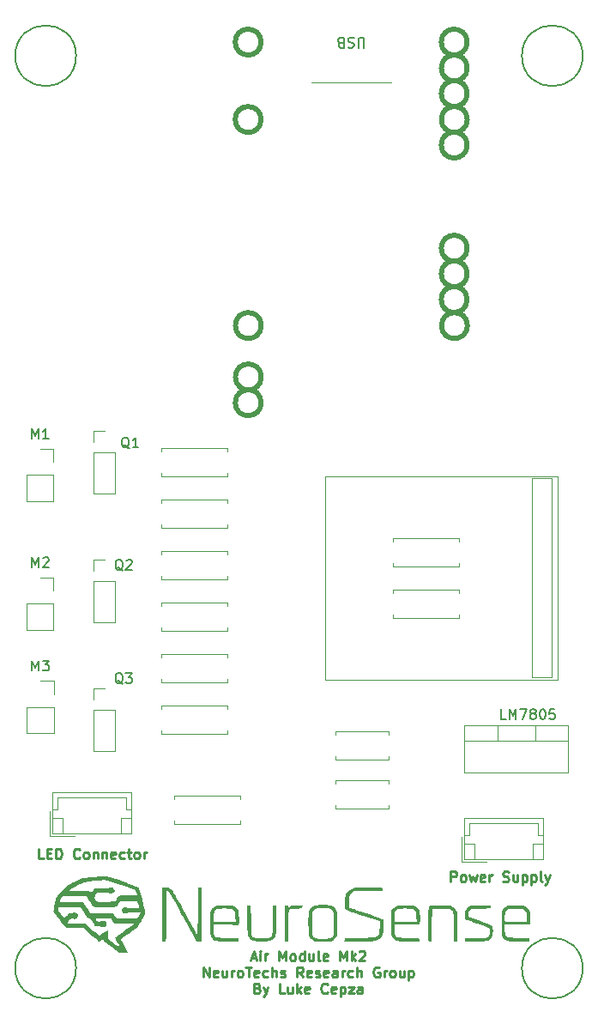
<source format=gbr>
%TF.GenerationSoftware,KiCad,Pcbnew,7.0.6*%
%TF.CreationDate,2023-07-23T20:47:22-06:00*%
%TF.ProjectId,Air,4169722e-6b69-4636-9164-5f7063625858,2*%
%TF.SameCoordinates,Original*%
%TF.FileFunction,Legend,Top*%
%TF.FilePolarity,Positive*%
%FSLAX46Y46*%
G04 Gerber Fmt 4.6, Leading zero omitted, Abs format (unit mm)*
G04 Created by KiCad (PCBNEW 7.0.6) date 2023-07-23 20:47:22*
%MOMM*%
%LPD*%
G01*
G04 APERTURE LIST*
%ADD10C,0.500000*%
%ADD11C,0.200000*%
%ADD12C,0.250000*%
%ADD13C,0.150000*%
%ADD14C,0.120000*%
G04 APERTURE END LIST*
D10*
X86599234Y-48728837D02*
G75*
G03*
X86599234Y-48728837I-1276334J0D01*
G01*
X86587468Y-43649850D02*
G75*
G03*
X86587468Y-43649850I-1276334J0D01*
G01*
X66265252Y-79218266D02*
G75*
G03*
X66265252Y-79218266I-1276334J0D01*
G01*
D11*
X48000000Y-135000000D02*
G75*
G03*
X48000000Y-135000000I-3000000J0D01*
G01*
D10*
X86618309Y-71610573D02*
G75*
G03*
X86618309Y-71610573I-1276334J0D01*
G01*
X86584806Y-69043554D02*
G75*
G03*
X86584806Y-69043554I-1276334J0D01*
G01*
X66255026Y-51282967D02*
G75*
G03*
X66255026Y-51282967I-1276334J0D01*
G01*
D11*
X98000000Y-45000000D02*
G75*
G03*
X98000000Y-45000000I-3000000J0D01*
G01*
D10*
X86596640Y-63978820D02*
G75*
G03*
X86596640Y-63978820I-1276334J0D01*
G01*
X86586306Y-53807189D02*
G75*
G03*
X86586306Y-53807189I-1276334J0D01*
G01*
D11*
X48000000Y-45000000D02*
G75*
G03*
X48000000Y-45000000I-3000000J0D01*
G01*
D10*
X86602719Y-51279482D02*
G75*
G03*
X86602719Y-51279482I-1276334J0D01*
G01*
X66259835Y-43651187D02*
G75*
G03*
X66259835Y-43651187I-1276334J0D01*
G01*
X86599234Y-46201130D02*
G75*
G03*
X86599234Y-46201130I-1276334J0D01*
G01*
X66276086Y-71607763D02*
G75*
G03*
X66276086Y-71607763I-1276334J0D01*
G01*
X66278734Y-76678820D02*
G75*
G03*
X66278734Y-76678820I-1276334J0D01*
G01*
D11*
X98000000Y-135000000D02*
G75*
G03*
X98000000Y-135000000I-3000000J0D01*
G01*
D10*
X86595749Y-66504905D02*
G75*
G03*
X86595749Y-66504905I-1276334J0D01*
G01*
D12*
X84984724Y-126460421D02*
X84984724Y-125460421D01*
X84984724Y-125460421D02*
X85365676Y-125460421D01*
X85365676Y-125460421D02*
X85460914Y-125508040D01*
X85460914Y-125508040D02*
X85508533Y-125555659D01*
X85508533Y-125555659D02*
X85556152Y-125650897D01*
X85556152Y-125650897D02*
X85556152Y-125793754D01*
X85556152Y-125793754D02*
X85508533Y-125888992D01*
X85508533Y-125888992D02*
X85460914Y-125936611D01*
X85460914Y-125936611D02*
X85365676Y-125984230D01*
X85365676Y-125984230D02*
X84984724Y-125984230D01*
X86127581Y-126460421D02*
X86032343Y-126412802D01*
X86032343Y-126412802D02*
X85984724Y-126365182D01*
X85984724Y-126365182D02*
X85937105Y-126269944D01*
X85937105Y-126269944D02*
X85937105Y-125984230D01*
X85937105Y-125984230D02*
X85984724Y-125888992D01*
X85984724Y-125888992D02*
X86032343Y-125841373D01*
X86032343Y-125841373D02*
X86127581Y-125793754D01*
X86127581Y-125793754D02*
X86270438Y-125793754D01*
X86270438Y-125793754D02*
X86365676Y-125841373D01*
X86365676Y-125841373D02*
X86413295Y-125888992D01*
X86413295Y-125888992D02*
X86460914Y-125984230D01*
X86460914Y-125984230D02*
X86460914Y-126269944D01*
X86460914Y-126269944D02*
X86413295Y-126365182D01*
X86413295Y-126365182D02*
X86365676Y-126412802D01*
X86365676Y-126412802D02*
X86270438Y-126460421D01*
X86270438Y-126460421D02*
X86127581Y-126460421D01*
X86794248Y-125793754D02*
X86984724Y-126460421D01*
X86984724Y-126460421D02*
X87175200Y-125984230D01*
X87175200Y-125984230D02*
X87365676Y-126460421D01*
X87365676Y-126460421D02*
X87556152Y-125793754D01*
X88318057Y-126412802D02*
X88222819Y-126460421D01*
X88222819Y-126460421D02*
X88032343Y-126460421D01*
X88032343Y-126460421D02*
X87937105Y-126412802D01*
X87937105Y-126412802D02*
X87889486Y-126317563D01*
X87889486Y-126317563D02*
X87889486Y-125936611D01*
X87889486Y-125936611D02*
X87937105Y-125841373D01*
X87937105Y-125841373D02*
X88032343Y-125793754D01*
X88032343Y-125793754D02*
X88222819Y-125793754D01*
X88222819Y-125793754D02*
X88318057Y-125841373D01*
X88318057Y-125841373D02*
X88365676Y-125936611D01*
X88365676Y-125936611D02*
X88365676Y-126031849D01*
X88365676Y-126031849D02*
X87889486Y-126127087D01*
X88794248Y-126460421D02*
X88794248Y-125793754D01*
X88794248Y-125984230D02*
X88841867Y-125888992D01*
X88841867Y-125888992D02*
X88889486Y-125841373D01*
X88889486Y-125841373D02*
X88984724Y-125793754D01*
X88984724Y-125793754D02*
X89079962Y-125793754D01*
X90127582Y-126412802D02*
X90270439Y-126460421D01*
X90270439Y-126460421D02*
X90508534Y-126460421D01*
X90508534Y-126460421D02*
X90603772Y-126412802D01*
X90603772Y-126412802D02*
X90651391Y-126365182D01*
X90651391Y-126365182D02*
X90699010Y-126269944D01*
X90699010Y-126269944D02*
X90699010Y-126174706D01*
X90699010Y-126174706D02*
X90651391Y-126079468D01*
X90651391Y-126079468D02*
X90603772Y-126031849D01*
X90603772Y-126031849D02*
X90508534Y-125984230D01*
X90508534Y-125984230D02*
X90318058Y-125936611D01*
X90318058Y-125936611D02*
X90222820Y-125888992D01*
X90222820Y-125888992D02*
X90175201Y-125841373D01*
X90175201Y-125841373D02*
X90127582Y-125746135D01*
X90127582Y-125746135D02*
X90127582Y-125650897D01*
X90127582Y-125650897D02*
X90175201Y-125555659D01*
X90175201Y-125555659D02*
X90222820Y-125508040D01*
X90222820Y-125508040D02*
X90318058Y-125460421D01*
X90318058Y-125460421D02*
X90556153Y-125460421D01*
X90556153Y-125460421D02*
X90699010Y-125508040D01*
X91556153Y-125793754D02*
X91556153Y-126460421D01*
X91127582Y-125793754D02*
X91127582Y-126317563D01*
X91127582Y-126317563D02*
X91175201Y-126412802D01*
X91175201Y-126412802D02*
X91270439Y-126460421D01*
X91270439Y-126460421D02*
X91413296Y-126460421D01*
X91413296Y-126460421D02*
X91508534Y-126412802D01*
X91508534Y-126412802D02*
X91556153Y-126365182D01*
X92032344Y-125793754D02*
X92032344Y-126793754D01*
X92032344Y-125841373D02*
X92127582Y-125793754D01*
X92127582Y-125793754D02*
X92318058Y-125793754D01*
X92318058Y-125793754D02*
X92413296Y-125841373D01*
X92413296Y-125841373D02*
X92460915Y-125888992D01*
X92460915Y-125888992D02*
X92508534Y-125984230D01*
X92508534Y-125984230D02*
X92508534Y-126269944D01*
X92508534Y-126269944D02*
X92460915Y-126365182D01*
X92460915Y-126365182D02*
X92413296Y-126412802D01*
X92413296Y-126412802D02*
X92318058Y-126460421D01*
X92318058Y-126460421D02*
X92127582Y-126460421D01*
X92127582Y-126460421D02*
X92032344Y-126412802D01*
X92937106Y-125793754D02*
X92937106Y-126793754D01*
X92937106Y-125841373D02*
X93032344Y-125793754D01*
X93032344Y-125793754D02*
X93222820Y-125793754D01*
X93222820Y-125793754D02*
X93318058Y-125841373D01*
X93318058Y-125841373D02*
X93365677Y-125888992D01*
X93365677Y-125888992D02*
X93413296Y-125984230D01*
X93413296Y-125984230D02*
X93413296Y-126269944D01*
X93413296Y-126269944D02*
X93365677Y-126365182D01*
X93365677Y-126365182D02*
X93318058Y-126412802D01*
X93318058Y-126412802D02*
X93222820Y-126460421D01*
X93222820Y-126460421D02*
X93032344Y-126460421D01*
X93032344Y-126460421D02*
X92937106Y-126412802D01*
X93984725Y-126460421D02*
X93889487Y-126412802D01*
X93889487Y-126412802D02*
X93841868Y-126317563D01*
X93841868Y-126317563D02*
X93841868Y-125460421D01*
X94270440Y-125793754D02*
X94508535Y-126460421D01*
X94746630Y-125793754D02*
X94508535Y-126460421D01*
X94508535Y-126460421D02*
X94413297Y-126698516D01*
X94413297Y-126698516D02*
X94365678Y-126746135D01*
X94365678Y-126746135D02*
X94270440Y-126793754D01*
X65277511Y-133985888D02*
X65753701Y-133985888D01*
X65182273Y-134271603D02*
X65515606Y-133271603D01*
X65515606Y-133271603D02*
X65848939Y-134271603D01*
X66182273Y-134271603D02*
X66182273Y-133604936D01*
X66182273Y-133271603D02*
X66134654Y-133319222D01*
X66134654Y-133319222D02*
X66182273Y-133366841D01*
X66182273Y-133366841D02*
X66229892Y-133319222D01*
X66229892Y-133319222D02*
X66182273Y-133271603D01*
X66182273Y-133271603D02*
X66182273Y-133366841D01*
X66658463Y-134271603D02*
X66658463Y-133604936D01*
X66658463Y-133795412D02*
X66706082Y-133700174D01*
X66706082Y-133700174D02*
X66753701Y-133652555D01*
X66753701Y-133652555D02*
X66848939Y-133604936D01*
X66848939Y-133604936D02*
X66944177Y-133604936D01*
X68039416Y-134271603D02*
X68039416Y-133271603D01*
X68039416Y-133271603D02*
X68372749Y-133985888D01*
X68372749Y-133985888D02*
X68706082Y-133271603D01*
X68706082Y-133271603D02*
X68706082Y-134271603D01*
X69325130Y-134271603D02*
X69229892Y-134223984D01*
X69229892Y-134223984D02*
X69182273Y-134176364D01*
X69182273Y-134176364D02*
X69134654Y-134081126D01*
X69134654Y-134081126D02*
X69134654Y-133795412D01*
X69134654Y-133795412D02*
X69182273Y-133700174D01*
X69182273Y-133700174D02*
X69229892Y-133652555D01*
X69229892Y-133652555D02*
X69325130Y-133604936D01*
X69325130Y-133604936D02*
X69467987Y-133604936D01*
X69467987Y-133604936D02*
X69563225Y-133652555D01*
X69563225Y-133652555D02*
X69610844Y-133700174D01*
X69610844Y-133700174D02*
X69658463Y-133795412D01*
X69658463Y-133795412D02*
X69658463Y-134081126D01*
X69658463Y-134081126D02*
X69610844Y-134176364D01*
X69610844Y-134176364D02*
X69563225Y-134223984D01*
X69563225Y-134223984D02*
X69467987Y-134271603D01*
X69467987Y-134271603D02*
X69325130Y-134271603D01*
X70515606Y-134271603D02*
X70515606Y-133271603D01*
X70515606Y-134223984D02*
X70420368Y-134271603D01*
X70420368Y-134271603D02*
X70229892Y-134271603D01*
X70229892Y-134271603D02*
X70134654Y-134223984D01*
X70134654Y-134223984D02*
X70087035Y-134176364D01*
X70087035Y-134176364D02*
X70039416Y-134081126D01*
X70039416Y-134081126D02*
X70039416Y-133795412D01*
X70039416Y-133795412D02*
X70087035Y-133700174D01*
X70087035Y-133700174D02*
X70134654Y-133652555D01*
X70134654Y-133652555D02*
X70229892Y-133604936D01*
X70229892Y-133604936D02*
X70420368Y-133604936D01*
X70420368Y-133604936D02*
X70515606Y-133652555D01*
X71420368Y-133604936D02*
X71420368Y-134271603D01*
X70991797Y-133604936D02*
X70991797Y-134128745D01*
X70991797Y-134128745D02*
X71039416Y-134223984D01*
X71039416Y-134223984D02*
X71134654Y-134271603D01*
X71134654Y-134271603D02*
X71277511Y-134271603D01*
X71277511Y-134271603D02*
X71372749Y-134223984D01*
X71372749Y-134223984D02*
X71420368Y-134176364D01*
X72039416Y-134271603D02*
X71944178Y-134223984D01*
X71944178Y-134223984D02*
X71896559Y-134128745D01*
X71896559Y-134128745D02*
X71896559Y-133271603D01*
X72801321Y-134223984D02*
X72706083Y-134271603D01*
X72706083Y-134271603D02*
X72515607Y-134271603D01*
X72515607Y-134271603D02*
X72420369Y-134223984D01*
X72420369Y-134223984D02*
X72372750Y-134128745D01*
X72372750Y-134128745D02*
X72372750Y-133747793D01*
X72372750Y-133747793D02*
X72420369Y-133652555D01*
X72420369Y-133652555D02*
X72515607Y-133604936D01*
X72515607Y-133604936D02*
X72706083Y-133604936D01*
X72706083Y-133604936D02*
X72801321Y-133652555D01*
X72801321Y-133652555D02*
X72848940Y-133747793D01*
X72848940Y-133747793D02*
X72848940Y-133843031D01*
X72848940Y-133843031D02*
X72372750Y-133938269D01*
X74039417Y-134271603D02*
X74039417Y-133271603D01*
X74039417Y-133271603D02*
X74372750Y-133985888D01*
X74372750Y-133985888D02*
X74706083Y-133271603D01*
X74706083Y-133271603D02*
X74706083Y-134271603D01*
X75182274Y-134271603D02*
X75182274Y-133271603D01*
X75277512Y-133890650D02*
X75563226Y-134271603D01*
X75563226Y-133604936D02*
X75182274Y-133985888D01*
X75944179Y-133366841D02*
X75991798Y-133319222D01*
X75991798Y-133319222D02*
X76087036Y-133271603D01*
X76087036Y-133271603D02*
X76325131Y-133271603D01*
X76325131Y-133271603D02*
X76420369Y-133319222D01*
X76420369Y-133319222D02*
X76467988Y-133366841D01*
X76467988Y-133366841D02*
X76515607Y-133462079D01*
X76515607Y-133462079D02*
X76515607Y-133557317D01*
X76515607Y-133557317D02*
X76467988Y-133700174D01*
X76467988Y-133700174D02*
X75896560Y-134271603D01*
X75896560Y-134271603D02*
X76515607Y-134271603D01*
X60539414Y-135881603D02*
X60539414Y-134881603D01*
X60539414Y-134881603D02*
X61110842Y-135881603D01*
X61110842Y-135881603D02*
X61110842Y-134881603D01*
X61967985Y-135833984D02*
X61872747Y-135881603D01*
X61872747Y-135881603D02*
X61682271Y-135881603D01*
X61682271Y-135881603D02*
X61587033Y-135833984D01*
X61587033Y-135833984D02*
X61539414Y-135738745D01*
X61539414Y-135738745D02*
X61539414Y-135357793D01*
X61539414Y-135357793D02*
X61587033Y-135262555D01*
X61587033Y-135262555D02*
X61682271Y-135214936D01*
X61682271Y-135214936D02*
X61872747Y-135214936D01*
X61872747Y-135214936D02*
X61967985Y-135262555D01*
X61967985Y-135262555D02*
X62015604Y-135357793D01*
X62015604Y-135357793D02*
X62015604Y-135453031D01*
X62015604Y-135453031D02*
X61539414Y-135548269D01*
X62872747Y-135214936D02*
X62872747Y-135881603D01*
X62444176Y-135214936D02*
X62444176Y-135738745D01*
X62444176Y-135738745D02*
X62491795Y-135833984D01*
X62491795Y-135833984D02*
X62587033Y-135881603D01*
X62587033Y-135881603D02*
X62729890Y-135881603D01*
X62729890Y-135881603D02*
X62825128Y-135833984D01*
X62825128Y-135833984D02*
X62872747Y-135786364D01*
X63348938Y-135881603D02*
X63348938Y-135214936D01*
X63348938Y-135405412D02*
X63396557Y-135310174D01*
X63396557Y-135310174D02*
X63444176Y-135262555D01*
X63444176Y-135262555D02*
X63539414Y-135214936D01*
X63539414Y-135214936D02*
X63634652Y-135214936D01*
X64110843Y-135881603D02*
X64015605Y-135833984D01*
X64015605Y-135833984D02*
X63967986Y-135786364D01*
X63967986Y-135786364D02*
X63920367Y-135691126D01*
X63920367Y-135691126D02*
X63920367Y-135405412D01*
X63920367Y-135405412D02*
X63967986Y-135310174D01*
X63967986Y-135310174D02*
X64015605Y-135262555D01*
X64015605Y-135262555D02*
X64110843Y-135214936D01*
X64110843Y-135214936D02*
X64253700Y-135214936D01*
X64253700Y-135214936D02*
X64348938Y-135262555D01*
X64348938Y-135262555D02*
X64396557Y-135310174D01*
X64396557Y-135310174D02*
X64444176Y-135405412D01*
X64444176Y-135405412D02*
X64444176Y-135691126D01*
X64444176Y-135691126D02*
X64396557Y-135786364D01*
X64396557Y-135786364D02*
X64348938Y-135833984D01*
X64348938Y-135833984D02*
X64253700Y-135881603D01*
X64253700Y-135881603D02*
X64110843Y-135881603D01*
X64729891Y-134881603D02*
X65301319Y-134881603D01*
X65015605Y-135881603D02*
X65015605Y-134881603D01*
X66015605Y-135833984D02*
X65920367Y-135881603D01*
X65920367Y-135881603D02*
X65729891Y-135881603D01*
X65729891Y-135881603D02*
X65634653Y-135833984D01*
X65634653Y-135833984D02*
X65587034Y-135738745D01*
X65587034Y-135738745D02*
X65587034Y-135357793D01*
X65587034Y-135357793D02*
X65634653Y-135262555D01*
X65634653Y-135262555D02*
X65729891Y-135214936D01*
X65729891Y-135214936D02*
X65920367Y-135214936D01*
X65920367Y-135214936D02*
X66015605Y-135262555D01*
X66015605Y-135262555D02*
X66063224Y-135357793D01*
X66063224Y-135357793D02*
X66063224Y-135453031D01*
X66063224Y-135453031D02*
X65587034Y-135548269D01*
X66920367Y-135833984D02*
X66825129Y-135881603D01*
X66825129Y-135881603D02*
X66634653Y-135881603D01*
X66634653Y-135881603D02*
X66539415Y-135833984D01*
X66539415Y-135833984D02*
X66491796Y-135786364D01*
X66491796Y-135786364D02*
X66444177Y-135691126D01*
X66444177Y-135691126D02*
X66444177Y-135405412D01*
X66444177Y-135405412D02*
X66491796Y-135310174D01*
X66491796Y-135310174D02*
X66539415Y-135262555D01*
X66539415Y-135262555D02*
X66634653Y-135214936D01*
X66634653Y-135214936D02*
X66825129Y-135214936D01*
X66825129Y-135214936D02*
X66920367Y-135262555D01*
X67348939Y-135881603D02*
X67348939Y-134881603D01*
X67777510Y-135881603D02*
X67777510Y-135357793D01*
X67777510Y-135357793D02*
X67729891Y-135262555D01*
X67729891Y-135262555D02*
X67634653Y-135214936D01*
X67634653Y-135214936D02*
X67491796Y-135214936D01*
X67491796Y-135214936D02*
X67396558Y-135262555D01*
X67396558Y-135262555D02*
X67348939Y-135310174D01*
X68206082Y-135833984D02*
X68301320Y-135881603D01*
X68301320Y-135881603D02*
X68491796Y-135881603D01*
X68491796Y-135881603D02*
X68587034Y-135833984D01*
X68587034Y-135833984D02*
X68634653Y-135738745D01*
X68634653Y-135738745D02*
X68634653Y-135691126D01*
X68634653Y-135691126D02*
X68587034Y-135595888D01*
X68587034Y-135595888D02*
X68491796Y-135548269D01*
X68491796Y-135548269D02*
X68348939Y-135548269D01*
X68348939Y-135548269D02*
X68253701Y-135500650D01*
X68253701Y-135500650D02*
X68206082Y-135405412D01*
X68206082Y-135405412D02*
X68206082Y-135357793D01*
X68206082Y-135357793D02*
X68253701Y-135262555D01*
X68253701Y-135262555D02*
X68348939Y-135214936D01*
X68348939Y-135214936D02*
X68491796Y-135214936D01*
X68491796Y-135214936D02*
X68587034Y-135262555D01*
X70396558Y-135881603D02*
X70063225Y-135405412D01*
X69825130Y-135881603D02*
X69825130Y-134881603D01*
X69825130Y-134881603D02*
X70206082Y-134881603D01*
X70206082Y-134881603D02*
X70301320Y-134929222D01*
X70301320Y-134929222D02*
X70348939Y-134976841D01*
X70348939Y-134976841D02*
X70396558Y-135072079D01*
X70396558Y-135072079D02*
X70396558Y-135214936D01*
X70396558Y-135214936D02*
X70348939Y-135310174D01*
X70348939Y-135310174D02*
X70301320Y-135357793D01*
X70301320Y-135357793D02*
X70206082Y-135405412D01*
X70206082Y-135405412D02*
X69825130Y-135405412D01*
X71206082Y-135833984D02*
X71110844Y-135881603D01*
X71110844Y-135881603D02*
X70920368Y-135881603D01*
X70920368Y-135881603D02*
X70825130Y-135833984D01*
X70825130Y-135833984D02*
X70777511Y-135738745D01*
X70777511Y-135738745D02*
X70777511Y-135357793D01*
X70777511Y-135357793D02*
X70825130Y-135262555D01*
X70825130Y-135262555D02*
X70920368Y-135214936D01*
X70920368Y-135214936D02*
X71110844Y-135214936D01*
X71110844Y-135214936D02*
X71206082Y-135262555D01*
X71206082Y-135262555D02*
X71253701Y-135357793D01*
X71253701Y-135357793D02*
X71253701Y-135453031D01*
X71253701Y-135453031D02*
X70777511Y-135548269D01*
X71634654Y-135833984D02*
X71729892Y-135881603D01*
X71729892Y-135881603D02*
X71920368Y-135881603D01*
X71920368Y-135881603D02*
X72015606Y-135833984D01*
X72015606Y-135833984D02*
X72063225Y-135738745D01*
X72063225Y-135738745D02*
X72063225Y-135691126D01*
X72063225Y-135691126D02*
X72015606Y-135595888D01*
X72015606Y-135595888D02*
X71920368Y-135548269D01*
X71920368Y-135548269D02*
X71777511Y-135548269D01*
X71777511Y-135548269D02*
X71682273Y-135500650D01*
X71682273Y-135500650D02*
X71634654Y-135405412D01*
X71634654Y-135405412D02*
X71634654Y-135357793D01*
X71634654Y-135357793D02*
X71682273Y-135262555D01*
X71682273Y-135262555D02*
X71777511Y-135214936D01*
X71777511Y-135214936D02*
X71920368Y-135214936D01*
X71920368Y-135214936D02*
X72015606Y-135262555D01*
X72872749Y-135833984D02*
X72777511Y-135881603D01*
X72777511Y-135881603D02*
X72587035Y-135881603D01*
X72587035Y-135881603D02*
X72491797Y-135833984D01*
X72491797Y-135833984D02*
X72444178Y-135738745D01*
X72444178Y-135738745D02*
X72444178Y-135357793D01*
X72444178Y-135357793D02*
X72491797Y-135262555D01*
X72491797Y-135262555D02*
X72587035Y-135214936D01*
X72587035Y-135214936D02*
X72777511Y-135214936D01*
X72777511Y-135214936D02*
X72872749Y-135262555D01*
X72872749Y-135262555D02*
X72920368Y-135357793D01*
X72920368Y-135357793D02*
X72920368Y-135453031D01*
X72920368Y-135453031D02*
X72444178Y-135548269D01*
X73777511Y-135881603D02*
X73777511Y-135357793D01*
X73777511Y-135357793D02*
X73729892Y-135262555D01*
X73729892Y-135262555D02*
X73634654Y-135214936D01*
X73634654Y-135214936D02*
X73444178Y-135214936D01*
X73444178Y-135214936D02*
X73348940Y-135262555D01*
X73777511Y-135833984D02*
X73682273Y-135881603D01*
X73682273Y-135881603D02*
X73444178Y-135881603D01*
X73444178Y-135881603D02*
X73348940Y-135833984D01*
X73348940Y-135833984D02*
X73301321Y-135738745D01*
X73301321Y-135738745D02*
X73301321Y-135643507D01*
X73301321Y-135643507D02*
X73348940Y-135548269D01*
X73348940Y-135548269D02*
X73444178Y-135500650D01*
X73444178Y-135500650D02*
X73682273Y-135500650D01*
X73682273Y-135500650D02*
X73777511Y-135453031D01*
X74253702Y-135881603D02*
X74253702Y-135214936D01*
X74253702Y-135405412D02*
X74301321Y-135310174D01*
X74301321Y-135310174D02*
X74348940Y-135262555D01*
X74348940Y-135262555D02*
X74444178Y-135214936D01*
X74444178Y-135214936D02*
X74539416Y-135214936D01*
X75301321Y-135833984D02*
X75206083Y-135881603D01*
X75206083Y-135881603D02*
X75015607Y-135881603D01*
X75015607Y-135881603D02*
X74920369Y-135833984D01*
X74920369Y-135833984D02*
X74872750Y-135786364D01*
X74872750Y-135786364D02*
X74825131Y-135691126D01*
X74825131Y-135691126D02*
X74825131Y-135405412D01*
X74825131Y-135405412D02*
X74872750Y-135310174D01*
X74872750Y-135310174D02*
X74920369Y-135262555D01*
X74920369Y-135262555D02*
X75015607Y-135214936D01*
X75015607Y-135214936D02*
X75206083Y-135214936D01*
X75206083Y-135214936D02*
X75301321Y-135262555D01*
X75729893Y-135881603D02*
X75729893Y-134881603D01*
X76158464Y-135881603D02*
X76158464Y-135357793D01*
X76158464Y-135357793D02*
X76110845Y-135262555D01*
X76110845Y-135262555D02*
X76015607Y-135214936D01*
X76015607Y-135214936D02*
X75872750Y-135214936D01*
X75872750Y-135214936D02*
X75777512Y-135262555D01*
X75777512Y-135262555D02*
X75729893Y-135310174D01*
X77920369Y-134929222D02*
X77825131Y-134881603D01*
X77825131Y-134881603D02*
X77682274Y-134881603D01*
X77682274Y-134881603D02*
X77539417Y-134929222D01*
X77539417Y-134929222D02*
X77444179Y-135024460D01*
X77444179Y-135024460D02*
X77396560Y-135119698D01*
X77396560Y-135119698D02*
X77348941Y-135310174D01*
X77348941Y-135310174D02*
X77348941Y-135453031D01*
X77348941Y-135453031D02*
X77396560Y-135643507D01*
X77396560Y-135643507D02*
X77444179Y-135738745D01*
X77444179Y-135738745D02*
X77539417Y-135833984D01*
X77539417Y-135833984D02*
X77682274Y-135881603D01*
X77682274Y-135881603D02*
X77777512Y-135881603D01*
X77777512Y-135881603D02*
X77920369Y-135833984D01*
X77920369Y-135833984D02*
X77967988Y-135786364D01*
X77967988Y-135786364D02*
X77967988Y-135453031D01*
X77967988Y-135453031D02*
X77777512Y-135453031D01*
X78396560Y-135881603D02*
X78396560Y-135214936D01*
X78396560Y-135405412D02*
X78444179Y-135310174D01*
X78444179Y-135310174D02*
X78491798Y-135262555D01*
X78491798Y-135262555D02*
X78587036Y-135214936D01*
X78587036Y-135214936D02*
X78682274Y-135214936D01*
X79158465Y-135881603D02*
X79063227Y-135833984D01*
X79063227Y-135833984D02*
X79015608Y-135786364D01*
X79015608Y-135786364D02*
X78967989Y-135691126D01*
X78967989Y-135691126D02*
X78967989Y-135405412D01*
X78967989Y-135405412D02*
X79015608Y-135310174D01*
X79015608Y-135310174D02*
X79063227Y-135262555D01*
X79063227Y-135262555D02*
X79158465Y-135214936D01*
X79158465Y-135214936D02*
X79301322Y-135214936D01*
X79301322Y-135214936D02*
X79396560Y-135262555D01*
X79396560Y-135262555D02*
X79444179Y-135310174D01*
X79444179Y-135310174D02*
X79491798Y-135405412D01*
X79491798Y-135405412D02*
X79491798Y-135691126D01*
X79491798Y-135691126D02*
X79444179Y-135786364D01*
X79444179Y-135786364D02*
X79396560Y-135833984D01*
X79396560Y-135833984D02*
X79301322Y-135881603D01*
X79301322Y-135881603D02*
X79158465Y-135881603D01*
X80348941Y-135214936D02*
X80348941Y-135881603D01*
X79920370Y-135214936D02*
X79920370Y-135738745D01*
X79920370Y-135738745D02*
X79967989Y-135833984D01*
X79967989Y-135833984D02*
X80063227Y-135881603D01*
X80063227Y-135881603D02*
X80206084Y-135881603D01*
X80206084Y-135881603D02*
X80301322Y-135833984D01*
X80301322Y-135833984D02*
X80348941Y-135786364D01*
X80825132Y-135214936D02*
X80825132Y-136214936D01*
X80825132Y-135262555D02*
X80920370Y-135214936D01*
X80920370Y-135214936D02*
X81110846Y-135214936D01*
X81110846Y-135214936D02*
X81206084Y-135262555D01*
X81206084Y-135262555D02*
X81253703Y-135310174D01*
X81253703Y-135310174D02*
X81301322Y-135405412D01*
X81301322Y-135405412D02*
X81301322Y-135691126D01*
X81301322Y-135691126D02*
X81253703Y-135786364D01*
X81253703Y-135786364D02*
X81206084Y-135833984D01*
X81206084Y-135833984D02*
X81110846Y-135881603D01*
X81110846Y-135881603D02*
X80920370Y-135881603D01*
X80920370Y-135881603D02*
X80825132Y-135833984D01*
X65896558Y-136967793D02*
X66039415Y-137015412D01*
X66039415Y-137015412D02*
X66087034Y-137063031D01*
X66087034Y-137063031D02*
X66134653Y-137158269D01*
X66134653Y-137158269D02*
X66134653Y-137301126D01*
X66134653Y-137301126D02*
X66087034Y-137396364D01*
X66087034Y-137396364D02*
X66039415Y-137443984D01*
X66039415Y-137443984D02*
X65944177Y-137491603D01*
X65944177Y-137491603D02*
X65563225Y-137491603D01*
X65563225Y-137491603D02*
X65563225Y-136491603D01*
X65563225Y-136491603D02*
X65896558Y-136491603D01*
X65896558Y-136491603D02*
X65991796Y-136539222D01*
X65991796Y-136539222D02*
X66039415Y-136586841D01*
X66039415Y-136586841D02*
X66087034Y-136682079D01*
X66087034Y-136682079D02*
X66087034Y-136777317D01*
X66087034Y-136777317D02*
X66039415Y-136872555D01*
X66039415Y-136872555D02*
X65991796Y-136920174D01*
X65991796Y-136920174D02*
X65896558Y-136967793D01*
X65896558Y-136967793D02*
X65563225Y-136967793D01*
X66467987Y-136824936D02*
X66706082Y-137491603D01*
X66944177Y-136824936D02*
X66706082Y-137491603D01*
X66706082Y-137491603D02*
X66610844Y-137729698D01*
X66610844Y-137729698D02*
X66563225Y-137777317D01*
X66563225Y-137777317D02*
X66467987Y-137824936D01*
X68563225Y-137491603D02*
X68087035Y-137491603D01*
X68087035Y-137491603D02*
X68087035Y-136491603D01*
X69325130Y-136824936D02*
X69325130Y-137491603D01*
X68896559Y-136824936D02*
X68896559Y-137348745D01*
X68896559Y-137348745D02*
X68944178Y-137443984D01*
X68944178Y-137443984D02*
X69039416Y-137491603D01*
X69039416Y-137491603D02*
X69182273Y-137491603D01*
X69182273Y-137491603D02*
X69277511Y-137443984D01*
X69277511Y-137443984D02*
X69325130Y-137396364D01*
X69801321Y-137491603D02*
X69801321Y-136491603D01*
X69896559Y-137110650D02*
X70182273Y-137491603D01*
X70182273Y-136824936D02*
X69801321Y-137205888D01*
X70991797Y-137443984D02*
X70896559Y-137491603D01*
X70896559Y-137491603D02*
X70706083Y-137491603D01*
X70706083Y-137491603D02*
X70610845Y-137443984D01*
X70610845Y-137443984D02*
X70563226Y-137348745D01*
X70563226Y-137348745D02*
X70563226Y-136967793D01*
X70563226Y-136967793D02*
X70610845Y-136872555D01*
X70610845Y-136872555D02*
X70706083Y-136824936D01*
X70706083Y-136824936D02*
X70896559Y-136824936D01*
X70896559Y-136824936D02*
X70991797Y-136872555D01*
X70991797Y-136872555D02*
X71039416Y-136967793D01*
X71039416Y-136967793D02*
X71039416Y-137063031D01*
X71039416Y-137063031D02*
X70563226Y-137158269D01*
X72801321Y-137396364D02*
X72753702Y-137443984D01*
X72753702Y-137443984D02*
X72610845Y-137491603D01*
X72610845Y-137491603D02*
X72515607Y-137491603D01*
X72515607Y-137491603D02*
X72372750Y-137443984D01*
X72372750Y-137443984D02*
X72277512Y-137348745D01*
X72277512Y-137348745D02*
X72229893Y-137253507D01*
X72229893Y-137253507D02*
X72182274Y-137063031D01*
X72182274Y-137063031D02*
X72182274Y-136920174D01*
X72182274Y-136920174D02*
X72229893Y-136729698D01*
X72229893Y-136729698D02*
X72277512Y-136634460D01*
X72277512Y-136634460D02*
X72372750Y-136539222D01*
X72372750Y-136539222D02*
X72515607Y-136491603D01*
X72515607Y-136491603D02*
X72610845Y-136491603D01*
X72610845Y-136491603D02*
X72753702Y-136539222D01*
X72753702Y-136539222D02*
X72801321Y-136586841D01*
X73610845Y-137443984D02*
X73515607Y-137491603D01*
X73515607Y-137491603D02*
X73325131Y-137491603D01*
X73325131Y-137491603D02*
X73229893Y-137443984D01*
X73229893Y-137443984D02*
X73182274Y-137348745D01*
X73182274Y-137348745D02*
X73182274Y-136967793D01*
X73182274Y-136967793D02*
X73229893Y-136872555D01*
X73229893Y-136872555D02*
X73325131Y-136824936D01*
X73325131Y-136824936D02*
X73515607Y-136824936D01*
X73515607Y-136824936D02*
X73610845Y-136872555D01*
X73610845Y-136872555D02*
X73658464Y-136967793D01*
X73658464Y-136967793D02*
X73658464Y-137063031D01*
X73658464Y-137063031D02*
X73182274Y-137158269D01*
X74087036Y-136824936D02*
X74087036Y-137824936D01*
X74087036Y-136872555D02*
X74182274Y-136824936D01*
X74182274Y-136824936D02*
X74372750Y-136824936D01*
X74372750Y-136824936D02*
X74467988Y-136872555D01*
X74467988Y-136872555D02*
X74515607Y-136920174D01*
X74515607Y-136920174D02*
X74563226Y-137015412D01*
X74563226Y-137015412D02*
X74563226Y-137301126D01*
X74563226Y-137301126D02*
X74515607Y-137396364D01*
X74515607Y-137396364D02*
X74467988Y-137443984D01*
X74467988Y-137443984D02*
X74372750Y-137491603D01*
X74372750Y-137491603D02*
X74182274Y-137491603D01*
X74182274Y-137491603D02*
X74087036Y-137443984D01*
X74896560Y-136824936D02*
X75420369Y-136824936D01*
X75420369Y-136824936D02*
X74896560Y-137491603D01*
X74896560Y-137491603D02*
X75420369Y-137491603D01*
X76229893Y-137491603D02*
X76229893Y-136967793D01*
X76229893Y-136967793D02*
X76182274Y-136872555D01*
X76182274Y-136872555D02*
X76087036Y-136824936D01*
X76087036Y-136824936D02*
X75896560Y-136824936D01*
X75896560Y-136824936D02*
X75801322Y-136872555D01*
X76229893Y-137443984D02*
X76134655Y-137491603D01*
X76134655Y-137491603D02*
X75896560Y-137491603D01*
X75896560Y-137491603D02*
X75801322Y-137443984D01*
X75801322Y-137443984D02*
X75753703Y-137348745D01*
X75753703Y-137348745D02*
X75753703Y-137253507D01*
X75753703Y-137253507D02*
X75801322Y-137158269D01*
X75801322Y-137158269D02*
X75896560Y-137110650D01*
X75896560Y-137110650D02*
X76134655Y-137110650D01*
X76134655Y-137110650D02*
X76229893Y-137063031D01*
X44781435Y-124200450D02*
X44305245Y-124200450D01*
X44305245Y-124200450D02*
X44305245Y-123200450D01*
X45114769Y-123676640D02*
X45448102Y-123676640D01*
X45590959Y-124200450D02*
X45114769Y-124200450D01*
X45114769Y-124200450D02*
X45114769Y-123200450D01*
X45114769Y-123200450D02*
X45590959Y-123200450D01*
X46019531Y-124200450D02*
X46019531Y-123200450D01*
X46019531Y-123200450D02*
X46257626Y-123200450D01*
X46257626Y-123200450D02*
X46400483Y-123248069D01*
X46400483Y-123248069D02*
X46495721Y-123343307D01*
X46495721Y-123343307D02*
X46543340Y-123438545D01*
X46543340Y-123438545D02*
X46590959Y-123629021D01*
X46590959Y-123629021D02*
X46590959Y-123771878D01*
X46590959Y-123771878D02*
X46543340Y-123962354D01*
X46543340Y-123962354D02*
X46495721Y-124057592D01*
X46495721Y-124057592D02*
X46400483Y-124152831D01*
X46400483Y-124152831D02*
X46257626Y-124200450D01*
X46257626Y-124200450D02*
X46019531Y-124200450D01*
X48352864Y-124105211D02*
X48305245Y-124152831D01*
X48305245Y-124152831D02*
X48162388Y-124200450D01*
X48162388Y-124200450D02*
X48067150Y-124200450D01*
X48067150Y-124200450D02*
X47924293Y-124152831D01*
X47924293Y-124152831D02*
X47829055Y-124057592D01*
X47829055Y-124057592D02*
X47781436Y-123962354D01*
X47781436Y-123962354D02*
X47733817Y-123771878D01*
X47733817Y-123771878D02*
X47733817Y-123629021D01*
X47733817Y-123629021D02*
X47781436Y-123438545D01*
X47781436Y-123438545D02*
X47829055Y-123343307D01*
X47829055Y-123343307D02*
X47924293Y-123248069D01*
X47924293Y-123248069D02*
X48067150Y-123200450D01*
X48067150Y-123200450D02*
X48162388Y-123200450D01*
X48162388Y-123200450D02*
X48305245Y-123248069D01*
X48305245Y-123248069D02*
X48352864Y-123295688D01*
X48924293Y-124200450D02*
X48829055Y-124152831D01*
X48829055Y-124152831D02*
X48781436Y-124105211D01*
X48781436Y-124105211D02*
X48733817Y-124009973D01*
X48733817Y-124009973D02*
X48733817Y-123724259D01*
X48733817Y-123724259D02*
X48781436Y-123629021D01*
X48781436Y-123629021D02*
X48829055Y-123581402D01*
X48829055Y-123581402D02*
X48924293Y-123533783D01*
X48924293Y-123533783D02*
X49067150Y-123533783D01*
X49067150Y-123533783D02*
X49162388Y-123581402D01*
X49162388Y-123581402D02*
X49210007Y-123629021D01*
X49210007Y-123629021D02*
X49257626Y-123724259D01*
X49257626Y-123724259D02*
X49257626Y-124009973D01*
X49257626Y-124009973D02*
X49210007Y-124105211D01*
X49210007Y-124105211D02*
X49162388Y-124152831D01*
X49162388Y-124152831D02*
X49067150Y-124200450D01*
X49067150Y-124200450D02*
X48924293Y-124200450D01*
X49686198Y-123533783D02*
X49686198Y-124200450D01*
X49686198Y-123629021D02*
X49733817Y-123581402D01*
X49733817Y-123581402D02*
X49829055Y-123533783D01*
X49829055Y-123533783D02*
X49971912Y-123533783D01*
X49971912Y-123533783D02*
X50067150Y-123581402D01*
X50067150Y-123581402D02*
X50114769Y-123676640D01*
X50114769Y-123676640D02*
X50114769Y-124200450D01*
X50590960Y-123533783D02*
X50590960Y-124200450D01*
X50590960Y-123629021D02*
X50638579Y-123581402D01*
X50638579Y-123581402D02*
X50733817Y-123533783D01*
X50733817Y-123533783D02*
X50876674Y-123533783D01*
X50876674Y-123533783D02*
X50971912Y-123581402D01*
X50971912Y-123581402D02*
X51019531Y-123676640D01*
X51019531Y-123676640D02*
X51019531Y-124200450D01*
X51876674Y-124152831D02*
X51781436Y-124200450D01*
X51781436Y-124200450D02*
X51590960Y-124200450D01*
X51590960Y-124200450D02*
X51495722Y-124152831D01*
X51495722Y-124152831D02*
X51448103Y-124057592D01*
X51448103Y-124057592D02*
X51448103Y-123676640D01*
X51448103Y-123676640D02*
X51495722Y-123581402D01*
X51495722Y-123581402D02*
X51590960Y-123533783D01*
X51590960Y-123533783D02*
X51781436Y-123533783D01*
X51781436Y-123533783D02*
X51876674Y-123581402D01*
X51876674Y-123581402D02*
X51924293Y-123676640D01*
X51924293Y-123676640D02*
X51924293Y-123771878D01*
X51924293Y-123771878D02*
X51448103Y-123867116D01*
X52781436Y-124152831D02*
X52686198Y-124200450D01*
X52686198Y-124200450D02*
X52495722Y-124200450D01*
X52495722Y-124200450D02*
X52400484Y-124152831D01*
X52400484Y-124152831D02*
X52352865Y-124105211D01*
X52352865Y-124105211D02*
X52305246Y-124009973D01*
X52305246Y-124009973D02*
X52305246Y-123724259D01*
X52305246Y-123724259D02*
X52352865Y-123629021D01*
X52352865Y-123629021D02*
X52400484Y-123581402D01*
X52400484Y-123581402D02*
X52495722Y-123533783D01*
X52495722Y-123533783D02*
X52686198Y-123533783D01*
X52686198Y-123533783D02*
X52781436Y-123581402D01*
X53067151Y-123533783D02*
X53448103Y-123533783D01*
X53210008Y-123200450D02*
X53210008Y-124057592D01*
X53210008Y-124057592D02*
X53257627Y-124152831D01*
X53257627Y-124152831D02*
X53352865Y-124200450D01*
X53352865Y-124200450D02*
X53448103Y-124200450D01*
X53924294Y-124200450D02*
X53829056Y-124152831D01*
X53829056Y-124152831D02*
X53781437Y-124105211D01*
X53781437Y-124105211D02*
X53733818Y-124009973D01*
X53733818Y-124009973D02*
X53733818Y-123724259D01*
X53733818Y-123724259D02*
X53781437Y-123629021D01*
X53781437Y-123629021D02*
X53829056Y-123581402D01*
X53829056Y-123581402D02*
X53924294Y-123533783D01*
X53924294Y-123533783D02*
X54067151Y-123533783D01*
X54067151Y-123533783D02*
X54162389Y-123581402D01*
X54162389Y-123581402D02*
X54210008Y-123629021D01*
X54210008Y-123629021D02*
X54257627Y-123724259D01*
X54257627Y-123724259D02*
X54257627Y-124009973D01*
X54257627Y-124009973D02*
X54210008Y-124105211D01*
X54210008Y-124105211D02*
X54162389Y-124152831D01*
X54162389Y-124152831D02*
X54067151Y-124200450D01*
X54067151Y-124200450D02*
X53924294Y-124200450D01*
X54686199Y-124200450D02*
X54686199Y-123533783D01*
X54686199Y-123724259D02*
X54733818Y-123629021D01*
X54733818Y-123629021D02*
X54781437Y-123581402D01*
X54781437Y-123581402D02*
X54876675Y-123533783D01*
X54876675Y-123533783D02*
X54971913Y-123533783D01*
D13*
X76421669Y-44201332D02*
X76421669Y-43391809D01*
X76421669Y-43391809D02*
X76374050Y-43296571D01*
X76374050Y-43296571D02*
X76326431Y-43248952D01*
X76326431Y-43248952D02*
X76231193Y-43201332D01*
X76231193Y-43201332D02*
X76040717Y-43201332D01*
X76040717Y-43201332D02*
X75945479Y-43248952D01*
X75945479Y-43248952D02*
X75897860Y-43296571D01*
X75897860Y-43296571D02*
X75850241Y-43391809D01*
X75850241Y-43391809D02*
X75850241Y-44201332D01*
X75421669Y-43248952D02*
X75278812Y-43201332D01*
X75278812Y-43201332D02*
X75040717Y-43201332D01*
X75040717Y-43201332D02*
X74945479Y-43248952D01*
X74945479Y-43248952D02*
X74897860Y-43296571D01*
X74897860Y-43296571D02*
X74850241Y-43391809D01*
X74850241Y-43391809D02*
X74850241Y-43487047D01*
X74850241Y-43487047D02*
X74897860Y-43582285D01*
X74897860Y-43582285D02*
X74945479Y-43629904D01*
X74945479Y-43629904D02*
X75040717Y-43677523D01*
X75040717Y-43677523D02*
X75231193Y-43725142D01*
X75231193Y-43725142D02*
X75326431Y-43772761D01*
X75326431Y-43772761D02*
X75374050Y-43820380D01*
X75374050Y-43820380D02*
X75421669Y-43915618D01*
X75421669Y-43915618D02*
X75421669Y-44010856D01*
X75421669Y-44010856D02*
X75374050Y-44106094D01*
X75374050Y-44106094D02*
X75326431Y-44153713D01*
X75326431Y-44153713D02*
X75231193Y-44201332D01*
X75231193Y-44201332D02*
X74993098Y-44201332D01*
X74993098Y-44201332D02*
X74850241Y-44153713D01*
X74088336Y-43725142D02*
X73945479Y-43677523D01*
X73945479Y-43677523D02*
X73897860Y-43629904D01*
X73897860Y-43629904D02*
X73850241Y-43534666D01*
X73850241Y-43534666D02*
X73850241Y-43391809D01*
X73850241Y-43391809D02*
X73897860Y-43296571D01*
X73897860Y-43296571D02*
X73945479Y-43248952D01*
X73945479Y-43248952D02*
X74040717Y-43201332D01*
X74040717Y-43201332D02*
X74421669Y-43201332D01*
X74421669Y-43201332D02*
X74421669Y-44201332D01*
X74421669Y-44201332D02*
X74088336Y-44201332D01*
X74088336Y-44201332D02*
X73993098Y-44153713D01*
X73993098Y-44153713D02*
X73945479Y-44106094D01*
X73945479Y-44106094D02*
X73897860Y-44010856D01*
X73897860Y-44010856D02*
X73897860Y-43915618D01*
X73897860Y-43915618D02*
X73945479Y-43820380D01*
X73945479Y-43820380D02*
X73993098Y-43772761D01*
X73993098Y-43772761D02*
X74088336Y-43725142D01*
X74088336Y-43725142D02*
X74421669Y-43725142D01*
X43640476Y-95474819D02*
X43640476Y-94474819D01*
X43640476Y-94474819D02*
X43973809Y-95189104D01*
X43973809Y-95189104D02*
X44307142Y-94474819D01*
X44307142Y-94474819D02*
X44307142Y-95474819D01*
X44735714Y-94570057D02*
X44783333Y-94522438D01*
X44783333Y-94522438D02*
X44878571Y-94474819D01*
X44878571Y-94474819D02*
X45116666Y-94474819D01*
X45116666Y-94474819D02*
X45211904Y-94522438D01*
X45211904Y-94522438D02*
X45259523Y-94570057D01*
X45259523Y-94570057D02*
X45307142Y-94665295D01*
X45307142Y-94665295D02*
X45307142Y-94760533D01*
X45307142Y-94760533D02*
X45259523Y-94903390D01*
X45259523Y-94903390D02*
X44688095Y-95474819D01*
X44688095Y-95474819D02*
X45307142Y-95474819D01*
X53244761Y-83735057D02*
X53149523Y-83687438D01*
X53149523Y-83687438D02*
X53054285Y-83592200D01*
X53054285Y-83592200D02*
X52911428Y-83449342D01*
X52911428Y-83449342D02*
X52816190Y-83401723D01*
X52816190Y-83401723D02*
X52720952Y-83401723D01*
X52768571Y-83639819D02*
X52673333Y-83592200D01*
X52673333Y-83592200D02*
X52578095Y-83496961D01*
X52578095Y-83496961D02*
X52530476Y-83306485D01*
X52530476Y-83306485D02*
X52530476Y-82973152D01*
X52530476Y-82973152D02*
X52578095Y-82782676D01*
X52578095Y-82782676D02*
X52673333Y-82687438D01*
X52673333Y-82687438D02*
X52768571Y-82639819D01*
X52768571Y-82639819D02*
X52959047Y-82639819D01*
X52959047Y-82639819D02*
X53054285Y-82687438D01*
X53054285Y-82687438D02*
X53149523Y-82782676D01*
X53149523Y-82782676D02*
X53197142Y-82973152D01*
X53197142Y-82973152D02*
X53197142Y-83306485D01*
X53197142Y-83306485D02*
X53149523Y-83496961D01*
X53149523Y-83496961D02*
X53054285Y-83592200D01*
X53054285Y-83592200D02*
X52959047Y-83639819D01*
X52959047Y-83639819D02*
X52768571Y-83639819D01*
X54149523Y-83639819D02*
X53578095Y-83639819D01*
X53863809Y-83639819D02*
X53863809Y-82639819D01*
X53863809Y-82639819D02*
X53768571Y-82782676D01*
X53768571Y-82782676D02*
X53673333Y-82877914D01*
X53673333Y-82877914D02*
X53578095Y-82925533D01*
X52609761Y-106980057D02*
X52514523Y-106932438D01*
X52514523Y-106932438D02*
X52419285Y-106837200D01*
X52419285Y-106837200D02*
X52276428Y-106694342D01*
X52276428Y-106694342D02*
X52181190Y-106646723D01*
X52181190Y-106646723D02*
X52085952Y-106646723D01*
X52133571Y-106884819D02*
X52038333Y-106837200D01*
X52038333Y-106837200D02*
X51943095Y-106741961D01*
X51943095Y-106741961D02*
X51895476Y-106551485D01*
X51895476Y-106551485D02*
X51895476Y-106218152D01*
X51895476Y-106218152D02*
X51943095Y-106027676D01*
X51943095Y-106027676D02*
X52038333Y-105932438D01*
X52038333Y-105932438D02*
X52133571Y-105884819D01*
X52133571Y-105884819D02*
X52324047Y-105884819D01*
X52324047Y-105884819D02*
X52419285Y-105932438D01*
X52419285Y-105932438D02*
X52514523Y-106027676D01*
X52514523Y-106027676D02*
X52562142Y-106218152D01*
X52562142Y-106218152D02*
X52562142Y-106551485D01*
X52562142Y-106551485D02*
X52514523Y-106741961D01*
X52514523Y-106741961D02*
X52419285Y-106837200D01*
X52419285Y-106837200D02*
X52324047Y-106884819D01*
X52324047Y-106884819D02*
X52133571Y-106884819D01*
X52895476Y-105884819D02*
X53514523Y-105884819D01*
X53514523Y-105884819D02*
X53181190Y-106265771D01*
X53181190Y-106265771D02*
X53324047Y-106265771D01*
X53324047Y-106265771D02*
X53419285Y-106313390D01*
X53419285Y-106313390D02*
X53466904Y-106361009D01*
X53466904Y-106361009D02*
X53514523Y-106456247D01*
X53514523Y-106456247D02*
X53514523Y-106694342D01*
X53514523Y-106694342D02*
X53466904Y-106789580D01*
X53466904Y-106789580D02*
X53419285Y-106837200D01*
X53419285Y-106837200D02*
X53324047Y-106884819D01*
X53324047Y-106884819D02*
X53038333Y-106884819D01*
X53038333Y-106884819D02*
X52943095Y-106837200D01*
X52943095Y-106837200D02*
X52895476Y-106789580D01*
X43665476Y-105654819D02*
X43665476Y-104654819D01*
X43665476Y-104654819D02*
X43998809Y-105369104D01*
X43998809Y-105369104D02*
X44332142Y-104654819D01*
X44332142Y-104654819D02*
X44332142Y-105654819D01*
X44713095Y-104654819D02*
X45332142Y-104654819D01*
X45332142Y-104654819D02*
X44998809Y-105035771D01*
X44998809Y-105035771D02*
X45141666Y-105035771D01*
X45141666Y-105035771D02*
X45236904Y-105083390D01*
X45236904Y-105083390D02*
X45284523Y-105131009D01*
X45284523Y-105131009D02*
X45332142Y-105226247D01*
X45332142Y-105226247D02*
X45332142Y-105464342D01*
X45332142Y-105464342D02*
X45284523Y-105559580D01*
X45284523Y-105559580D02*
X45236904Y-105607200D01*
X45236904Y-105607200D02*
X45141666Y-105654819D01*
X45141666Y-105654819D02*
X44855952Y-105654819D01*
X44855952Y-105654819D02*
X44760714Y-105607200D01*
X44760714Y-105607200D02*
X44713095Y-105559580D01*
X43640476Y-82774819D02*
X43640476Y-81774819D01*
X43640476Y-81774819D02*
X43973809Y-82489104D01*
X43973809Y-82489104D02*
X44307142Y-81774819D01*
X44307142Y-81774819D02*
X44307142Y-82774819D01*
X45307142Y-82774819D02*
X44735714Y-82774819D01*
X45021428Y-82774819D02*
X45021428Y-81774819D01*
X45021428Y-81774819D02*
X44926190Y-81917676D01*
X44926190Y-81917676D02*
X44830952Y-82012914D01*
X44830952Y-82012914D02*
X44735714Y-82060533D01*
X90416333Y-110436819D02*
X89940143Y-110436819D01*
X89940143Y-110436819D02*
X89940143Y-109436819D01*
X90749667Y-110436819D02*
X90749667Y-109436819D01*
X90749667Y-109436819D02*
X91083000Y-110151104D01*
X91083000Y-110151104D02*
X91416333Y-109436819D01*
X91416333Y-109436819D02*
X91416333Y-110436819D01*
X91797286Y-109436819D02*
X92463952Y-109436819D01*
X92463952Y-109436819D02*
X92035381Y-110436819D01*
X92987762Y-109865390D02*
X92892524Y-109817771D01*
X92892524Y-109817771D02*
X92844905Y-109770152D01*
X92844905Y-109770152D02*
X92797286Y-109674914D01*
X92797286Y-109674914D02*
X92797286Y-109627295D01*
X92797286Y-109627295D02*
X92844905Y-109532057D01*
X92844905Y-109532057D02*
X92892524Y-109484438D01*
X92892524Y-109484438D02*
X92987762Y-109436819D01*
X92987762Y-109436819D02*
X93178238Y-109436819D01*
X93178238Y-109436819D02*
X93273476Y-109484438D01*
X93273476Y-109484438D02*
X93321095Y-109532057D01*
X93321095Y-109532057D02*
X93368714Y-109627295D01*
X93368714Y-109627295D02*
X93368714Y-109674914D01*
X93368714Y-109674914D02*
X93321095Y-109770152D01*
X93321095Y-109770152D02*
X93273476Y-109817771D01*
X93273476Y-109817771D02*
X93178238Y-109865390D01*
X93178238Y-109865390D02*
X92987762Y-109865390D01*
X92987762Y-109865390D02*
X92892524Y-109913009D01*
X92892524Y-109913009D02*
X92844905Y-109960628D01*
X92844905Y-109960628D02*
X92797286Y-110055866D01*
X92797286Y-110055866D02*
X92797286Y-110246342D01*
X92797286Y-110246342D02*
X92844905Y-110341580D01*
X92844905Y-110341580D02*
X92892524Y-110389200D01*
X92892524Y-110389200D02*
X92987762Y-110436819D01*
X92987762Y-110436819D02*
X93178238Y-110436819D01*
X93178238Y-110436819D02*
X93273476Y-110389200D01*
X93273476Y-110389200D02*
X93321095Y-110341580D01*
X93321095Y-110341580D02*
X93368714Y-110246342D01*
X93368714Y-110246342D02*
X93368714Y-110055866D01*
X93368714Y-110055866D02*
X93321095Y-109960628D01*
X93321095Y-109960628D02*
X93273476Y-109913009D01*
X93273476Y-109913009D02*
X93178238Y-109865390D01*
X93987762Y-109436819D02*
X94083000Y-109436819D01*
X94083000Y-109436819D02*
X94178238Y-109484438D01*
X94178238Y-109484438D02*
X94225857Y-109532057D01*
X94225857Y-109532057D02*
X94273476Y-109627295D01*
X94273476Y-109627295D02*
X94321095Y-109817771D01*
X94321095Y-109817771D02*
X94321095Y-110055866D01*
X94321095Y-110055866D02*
X94273476Y-110246342D01*
X94273476Y-110246342D02*
X94225857Y-110341580D01*
X94225857Y-110341580D02*
X94178238Y-110389200D01*
X94178238Y-110389200D02*
X94083000Y-110436819D01*
X94083000Y-110436819D02*
X93987762Y-110436819D01*
X93987762Y-110436819D02*
X93892524Y-110389200D01*
X93892524Y-110389200D02*
X93844905Y-110341580D01*
X93844905Y-110341580D02*
X93797286Y-110246342D01*
X93797286Y-110246342D02*
X93749667Y-110055866D01*
X93749667Y-110055866D02*
X93749667Y-109817771D01*
X93749667Y-109817771D02*
X93797286Y-109627295D01*
X93797286Y-109627295D02*
X93844905Y-109532057D01*
X93844905Y-109532057D02*
X93892524Y-109484438D01*
X93892524Y-109484438D02*
X93987762Y-109436819D01*
X95225857Y-109436819D02*
X94749667Y-109436819D01*
X94749667Y-109436819D02*
X94702048Y-109913009D01*
X94702048Y-109913009D02*
X94749667Y-109865390D01*
X94749667Y-109865390D02*
X94844905Y-109817771D01*
X94844905Y-109817771D02*
X95083000Y-109817771D01*
X95083000Y-109817771D02*
X95178238Y-109865390D01*
X95178238Y-109865390D02*
X95225857Y-109913009D01*
X95225857Y-109913009D02*
X95273476Y-110008247D01*
X95273476Y-110008247D02*
X95273476Y-110246342D01*
X95273476Y-110246342D02*
X95225857Y-110341580D01*
X95225857Y-110341580D02*
X95178238Y-110389200D01*
X95178238Y-110389200D02*
X95083000Y-110436819D01*
X95083000Y-110436819D02*
X94844905Y-110436819D01*
X94844905Y-110436819D02*
X94749667Y-110389200D01*
X94749667Y-110389200D02*
X94702048Y-110341580D01*
X52609761Y-95800057D02*
X52514523Y-95752438D01*
X52514523Y-95752438D02*
X52419285Y-95657200D01*
X52419285Y-95657200D02*
X52276428Y-95514342D01*
X52276428Y-95514342D02*
X52181190Y-95466723D01*
X52181190Y-95466723D02*
X52085952Y-95466723D01*
X52133571Y-95704819D02*
X52038333Y-95657200D01*
X52038333Y-95657200D02*
X51943095Y-95561961D01*
X51943095Y-95561961D02*
X51895476Y-95371485D01*
X51895476Y-95371485D02*
X51895476Y-95038152D01*
X51895476Y-95038152D02*
X51943095Y-94847676D01*
X51943095Y-94847676D02*
X52038333Y-94752438D01*
X52038333Y-94752438D02*
X52133571Y-94704819D01*
X52133571Y-94704819D02*
X52324047Y-94704819D01*
X52324047Y-94704819D02*
X52419285Y-94752438D01*
X52419285Y-94752438D02*
X52514523Y-94847676D01*
X52514523Y-94847676D02*
X52562142Y-95038152D01*
X52562142Y-95038152D02*
X52562142Y-95371485D01*
X52562142Y-95371485D02*
X52514523Y-95561961D01*
X52514523Y-95561961D02*
X52419285Y-95657200D01*
X52419285Y-95657200D02*
X52324047Y-95704819D01*
X52324047Y-95704819D02*
X52133571Y-95704819D01*
X52943095Y-94800057D02*
X52990714Y-94752438D01*
X52990714Y-94752438D02*
X53085952Y-94704819D01*
X53085952Y-94704819D02*
X53324047Y-94704819D01*
X53324047Y-94704819D02*
X53419285Y-94752438D01*
X53419285Y-94752438D02*
X53466904Y-94800057D01*
X53466904Y-94800057D02*
X53514523Y-94895295D01*
X53514523Y-94895295D02*
X53514523Y-94990533D01*
X53514523Y-94990533D02*
X53466904Y-95133390D01*
X53466904Y-95133390D02*
X52895476Y-95704819D01*
X52895476Y-95704819D02*
X53514523Y-95704819D01*
D14*
%TO.C,A1*%
X79099765Y-47596152D02*
X71219765Y-47596152D01*
%TO.C,C1*%
X73620000Y-116500000D02*
X73620000Y-116815000D01*
X73620000Y-116500000D02*
X78860000Y-116500000D01*
X73620000Y-118925000D02*
X73620000Y-119240000D01*
X73620000Y-119240000D02*
X78860000Y-119240000D01*
X78860000Y-116500000D02*
X78860000Y-116815000D01*
X78860000Y-118925000D02*
X78860000Y-119240000D01*
%TO.C,R3*%
X56420000Y-93880000D02*
X62960000Y-93880000D01*
X56420000Y-94210000D02*
X56420000Y-93880000D01*
X56420000Y-96290000D02*
X56420000Y-96620000D01*
X56420000Y-96620000D02*
X62960000Y-96620000D01*
X62960000Y-93880000D02*
X62960000Y-94210000D01*
X62960000Y-96620000D02*
X62960000Y-96290000D01*
%TO.C,M2*%
X43120000Y-99060000D02*
X43120000Y-101660000D01*
X43120000Y-99060000D02*
X45780000Y-99060000D01*
X43120000Y-101660000D02*
X45780000Y-101660000D01*
X44450000Y-96460000D02*
X45780000Y-96460000D01*
X45780000Y-96460000D02*
X45780000Y-97790000D01*
X45780000Y-99060000D02*
X45780000Y-101660000D01*
%TO.C,R2*%
X56420000Y-88800000D02*
X62960000Y-88800000D01*
X56420000Y-89130000D02*
X56420000Y-88800000D01*
X56420000Y-91210000D02*
X56420000Y-91540000D01*
X56420000Y-91540000D02*
X62960000Y-91540000D01*
X62960000Y-88800000D02*
X62960000Y-89130000D01*
X62960000Y-91540000D02*
X62960000Y-91210000D01*
%TO.C,Q1*%
X49740000Y-82030000D02*
X50800000Y-82030000D01*
X49740000Y-83090000D02*
X49740000Y-82030000D01*
X49740000Y-84090000D02*
X49740000Y-88150000D01*
X49740000Y-84090000D02*
X51860000Y-84090000D01*
X49740000Y-88150000D02*
X51860000Y-88150000D01*
X51860000Y-84090000D02*
X51860000Y-88150000D01*
%TO.C,R6*%
X57690000Y-118010000D02*
X64230000Y-118010000D01*
X57690000Y-118340000D02*
X57690000Y-118010000D01*
X57690000Y-120420000D02*
X57690000Y-120750000D01*
X57690000Y-120750000D02*
X64230000Y-120750000D01*
X64230000Y-118010000D02*
X64230000Y-118340000D01*
X64230000Y-120750000D02*
X64230000Y-120420000D01*
%TO.C,G\u002A\u002A\u002A*%
G36*
X68749843Y-128816317D02*
G01*
X68857781Y-128830969D01*
X68910186Y-128862849D01*
X68928829Y-128919472D01*
X68945061Y-128981978D01*
X68979990Y-128976115D01*
X69006982Y-128954313D01*
X69100079Y-128894624D01*
X69227107Y-128852294D01*
X69399738Y-128825290D01*
X69629644Y-128811579D01*
X69842418Y-128808795D01*
X70346946Y-128808795D01*
X70334818Y-128955333D01*
X70322689Y-129101872D01*
X69775613Y-129121410D01*
X69555297Y-129132421D01*
X69367954Y-129147858D01*
X69228199Y-129166181D01*
X69150647Y-129185850D01*
X69147168Y-129187662D01*
X69099382Y-129215749D01*
X69060218Y-129244913D01*
X69028709Y-129282785D01*
X69003886Y-129336998D01*
X68984781Y-129415185D01*
X68970425Y-129524976D01*
X68959850Y-129674006D01*
X68952089Y-129869906D01*
X68946173Y-130120309D01*
X68941133Y-130432847D01*
X68936001Y-130815153D01*
X68935459Y-130856511D01*
X68915920Y-132345257D01*
X68749843Y-132357273D01*
X68583766Y-132369289D01*
X68583766Y-130586795D01*
X68583766Y-128804301D01*
X68749843Y-128816317D01*
G37*
G36*
X84235641Y-128809489D02*
G01*
X84472417Y-128813953D01*
X84681952Y-128821403D01*
X84851077Y-128831875D01*
X84966624Y-128845405D01*
X85000012Y-128853269D01*
X85224861Y-128969030D01*
X85412802Y-129150761D01*
X85493434Y-129269273D01*
X85601766Y-129453564D01*
X85601766Y-130899410D01*
X85601766Y-132345257D01*
X85445459Y-132345257D01*
X85289151Y-132345257D01*
X85269613Y-130911974D01*
X85264353Y-130538659D01*
X85259431Y-130235452D01*
X85254324Y-129994313D01*
X85248508Y-129807201D01*
X85241461Y-129666075D01*
X85232658Y-129562896D01*
X85221576Y-129489621D01*
X85207692Y-129438211D01*
X85190483Y-129400624D01*
X85169425Y-129368821D01*
X85169142Y-129368436D01*
X85107572Y-129291714D01*
X85042420Y-129232682D01*
X84963040Y-129189212D01*
X84858789Y-129159176D01*
X84719018Y-129140447D01*
X84533083Y-129130899D01*
X84290338Y-129128403D01*
X83980136Y-129130832D01*
X83980074Y-129130833D01*
X83139920Y-129140949D01*
X83120382Y-130743103D01*
X83100843Y-132345257D01*
X82962677Y-132356885D01*
X82863099Y-132357460D01*
X82800505Y-132343602D01*
X82796600Y-132340603D01*
X82790602Y-132296741D01*
X82785046Y-132183045D01*
X82780073Y-132007833D01*
X82775824Y-131779425D01*
X82772440Y-131506139D01*
X82770062Y-131196296D01*
X82768831Y-130858213D01*
X82768689Y-130694944D01*
X82768932Y-130282981D01*
X82770063Y-129941890D01*
X82772690Y-129664389D01*
X82777419Y-129443197D01*
X82784856Y-129271034D01*
X82795608Y-129140617D01*
X82810282Y-129044664D01*
X82829483Y-128975896D01*
X82853818Y-128927030D01*
X82883894Y-128890785D01*
X82920317Y-128859879D01*
X82921611Y-128858884D01*
X82980356Y-128843437D01*
X83104041Y-128830727D01*
X83279495Y-128820791D01*
X83493550Y-128813663D01*
X83733039Y-128809380D01*
X83984792Y-128807977D01*
X84235641Y-128809489D01*
G37*
G36*
X60407194Y-129695643D02*
G01*
X60397151Y-132345257D01*
X60182228Y-132355389D01*
X60054519Y-132355956D01*
X59956710Y-132346557D01*
X59922388Y-132335851D01*
X59896302Y-132297381D01*
X59835833Y-132196111D01*
X59744202Y-132037753D01*
X59624630Y-131828018D01*
X59480339Y-131572618D01*
X59314550Y-131277265D01*
X59130483Y-130947670D01*
X58931362Y-130589545D01*
X58720406Y-130208602D01*
X58616364Y-130020180D01*
X58399093Y-129626617D01*
X58190968Y-129250164D01*
X57995376Y-128896913D01*
X57815704Y-128572959D01*
X57655342Y-128284394D01*
X57517675Y-128037311D01*
X57406093Y-127837803D01*
X57323983Y-127691965D01*
X57274733Y-127605889D01*
X57264538Y-127588825D01*
X57148422Y-127458991D01*
X57046562Y-127410491D01*
X56919305Y-127377512D01*
X56909240Y-129818660D01*
X56906445Y-130372830D01*
X56902912Y-130851525D01*
X56898582Y-131257418D01*
X56893398Y-131593185D01*
X56887302Y-131861500D01*
X56880238Y-132065039D01*
X56872147Y-132206476D01*
X56862971Y-132288486D01*
X56855609Y-132312301D01*
X56790508Y-132346475D01*
X56685094Y-132364131D01*
X56660520Y-132364795D01*
X56508997Y-132364795D01*
X56508997Y-129707564D01*
X56508997Y-127050333D01*
X56822868Y-127050333D01*
X57063343Y-127062191D01*
X57244391Y-127101480D01*
X57381622Y-127173777D01*
X57490645Y-127284657D01*
X57494971Y-127290418D01*
X57522923Y-127332669D01*
X57569233Y-127409412D01*
X57635493Y-127523517D01*
X57723295Y-127677856D01*
X57834232Y-127875302D01*
X57969894Y-128118726D01*
X58131875Y-128411000D01*
X58321765Y-128754997D01*
X58541158Y-129153587D01*
X58791645Y-129609644D01*
X59074817Y-130126038D01*
X59392268Y-130705643D01*
X59709625Y-131285583D01*
X60006382Y-131828064D01*
X60025920Y-129448968D01*
X60045459Y-127069872D01*
X60231348Y-127057950D01*
X60417237Y-127046029D01*
X60407194Y-129695643D01*
G37*
G36*
X67763151Y-130167148D02*
G01*
X67762581Y-130570435D01*
X67760101Y-130903799D01*
X67754558Y-131175469D01*
X67744800Y-131393671D01*
X67729671Y-131566635D01*
X67708020Y-131702588D01*
X67678693Y-131809757D01*
X67640536Y-131896370D01*
X67592395Y-131970655D01*
X67533119Y-132040840D01*
X67494838Y-132081204D01*
X67389887Y-132177735D01*
X67279191Y-132250157D01*
X67149797Y-132301620D01*
X66988751Y-132335273D01*
X66783099Y-132354266D01*
X66519888Y-132361749D01*
X66339651Y-132362073D01*
X66019921Y-132356475D01*
X65774452Y-132342615D01*
X65599761Y-132320244D01*
X65530991Y-132303732D01*
X65330882Y-132205384D01*
X65152839Y-132050077D01*
X65018449Y-131859002D01*
X64974661Y-131757532D01*
X64957238Y-131696774D01*
X64943198Y-131621729D01*
X64932198Y-131523917D01*
X64923889Y-131394860D01*
X64917927Y-131226080D01*
X64913964Y-131009098D01*
X64911655Y-130735436D01*
X64910654Y-130396614D01*
X64910536Y-130186818D01*
X64910536Y-128804301D01*
X65076613Y-128816317D01*
X65242689Y-128828333D01*
X65262228Y-130256445D01*
X65267692Y-130646601D01*
X65273235Y-130966385D01*
X65280150Y-131223569D01*
X65289727Y-131425926D01*
X65303258Y-131581227D01*
X65322036Y-131697245D01*
X65347351Y-131781753D01*
X65380496Y-131842522D01*
X65422761Y-131887325D01*
X65475439Y-131923934D01*
X65539821Y-131960122D01*
X65545904Y-131963443D01*
X65604662Y-131989591D01*
X65679034Y-132008375D01*
X65782010Y-132020933D01*
X65926579Y-132028400D01*
X66125729Y-132031913D01*
X66336843Y-132032641D01*
X66589942Y-132031505D01*
X66777899Y-132027339D01*
X66913703Y-132019006D01*
X67010343Y-132005370D01*
X67080808Y-131985295D01*
X67127783Y-131963443D01*
X67193224Y-131926932D01*
X67246851Y-131890662D01*
X67289956Y-131846862D01*
X67323829Y-131787760D01*
X67349762Y-131705584D01*
X67369048Y-131592560D01*
X67382977Y-131440917D01*
X67392841Y-131242883D01*
X67399933Y-130990685D01*
X67405543Y-130676551D01*
X67410963Y-130292708D01*
X67411459Y-130256445D01*
X67430997Y-128828333D01*
X67597074Y-128816317D01*
X67763151Y-128804301D01*
X67763151Y-130167148D01*
G37*
G36*
X80875861Y-128810176D02*
G01*
X81093730Y-128820200D01*
X81268463Y-128836320D01*
X81376925Y-128856853D01*
X81507191Y-128918056D01*
X81646106Y-129017555D01*
X81699936Y-129066841D01*
X81790914Y-129172124D01*
X81857919Y-129289046D01*
X81903738Y-129430429D01*
X81931152Y-129609095D01*
X81942947Y-129837864D01*
X81941907Y-130129558D01*
X81940887Y-130176487D01*
X81928536Y-130704026D01*
X80687825Y-130704026D01*
X79447115Y-130704026D01*
X79447279Y-131172949D01*
X79449249Y-131382835D01*
X79456427Y-131531469D01*
X79470972Y-131635693D01*
X79495043Y-131712349D01*
X79523360Y-131766378D01*
X79565104Y-131830878D01*
X79608966Y-131881921D01*
X79664268Y-131921289D01*
X79740330Y-131950762D01*
X79846477Y-131972120D01*
X79992028Y-131987145D01*
X80186308Y-131997618D01*
X80438636Y-132005320D01*
X80758336Y-132012031D01*
X80814843Y-132013103D01*
X81850382Y-132032641D01*
X81862398Y-132198718D01*
X81874414Y-132364795D01*
X80865936Y-132362181D01*
X80502183Y-132359624D01*
X80211006Y-132353868D01*
X79986886Y-132344663D01*
X79824300Y-132331754D01*
X79717727Y-132314891D01*
X79694889Y-132308724D01*
X79477274Y-132212756D01*
X79314253Y-132071842D01*
X79196513Y-131887933D01*
X79095459Y-131685142D01*
X79095677Y-130608430D01*
X79097296Y-130282057D01*
X79101807Y-129991423D01*
X79103156Y-129944672D01*
X79447151Y-129944672D01*
X79449471Y-130117382D01*
X79455745Y-130260021D01*
X79464939Y-130355150D01*
X79473202Y-130384898D01*
X79517692Y-130391790D01*
X79629916Y-130397997D01*
X79799454Y-130403269D01*
X80015886Y-130407353D01*
X80268795Y-130409996D01*
X80547760Y-130410949D01*
X80551090Y-130410949D01*
X81602927Y-130410949D01*
X81589885Y-129944739D01*
X81578569Y-129705084D01*
X81556108Y-129528868D01*
X81516552Y-129401550D01*
X81453949Y-129308586D01*
X81362350Y-129235434D01*
X81280989Y-129189856D01*
X81175474Y-129158383D01*
X81010805Y-129135301D01*
X80804871Y-129120578D01*
X80575563Y-129114178D01*
X80340772Y-129116067D01*
X80118387Y-129126213D01*
X79926300Y-129144580D01*
X79782401Y-129171134D01*
X79723099Y-129192814D01*
X79610656Y-129269954D01*
X79531788Y-129369980D01*
X79481548Y-129506375D01*
X79454985Y-129692623D01*
X79447151Y-129942208D01*
X79447151Y-129944672D01*
X79103156Y-129944672D01*
X79108899Y-129745716D01*
X79118258Y-129554128D01*
X79129572Y-129425847D01*
X79137354Y-129382414D01*
X79222733Y-129201883D01*
X79363537Y-129037329D01*
X79537368Y-128911944D01*
X79631733Y-128870479D01*
X79745062Y-128846765D01*
X79919072Y-128828336D01*
X80136459Y-128815328D01*
X80379922Y-128807875D01*
X80632157Y-128806113D01*
X80875861Y-128810176D01*
G37*
G36*
X87860025Y-128816472D02*
G01*
X87988037Y-128817812D01*
X88884228Y-128828333D01*
X88886856Y-128926026D01*
X88887777Y-128988645D01*
X88880472Y-129036219D01*
X88855561Y-129070815D01*
X88803663Y-129094498D01*
X88715396Y-129109333D01*
X88581379Y-129117387D01*
X88392232Y-129120726D01*
X88138572Y-129121415D01*
X87999561Y-129121410D01*
X87684404Y-129122665D01*
X87437025Y-129127680D01*
X87247072Y-129138329D01*
X87104193Y-129156488D01*
X86998035Y-129184031D01*
X86918246Y-129222834D01*
X86854474Y-129274771D01*
X86798555Y-129338925D01*
X86750014Y-129414648D01*
X86726028Y-129500563D01*
X86720997Y-129623858D01*
X86723609Y-129702918D01*
X86734997Y-129957156D01*
X87868228Y-130360891D01*
X88242951Y-130496371D01*
X88550202Y-130611714D01*
X88788361Y-130706268D01*
X88955814Y-130779380D01*
X89050940Y-130830396D01*
X89069843Y-130846117D01*
X89101240Y-130897377D01*
X89121624Y-130972033D01*
X89133103Y-131085835D01*
X89137780Y-131254532D01*
X89138228Y-131357573D01*
X89130043Y-131613915D01*
X89101639Y-131808900D01*
X89047241Y-131957982D01*
X88961076Y-132076609D01*
X88837368Y-132180235D01*
X88828488Y-132186408D01*
X88745624Y-132237189D01*
X88654288Y-132277429D01*
X88544622Y-132308314D01*
X88406771Y-132331026D01*
X88230878Y-132346749D01*
X88007087Y-132356664D01*
X87725543Y-132361957D01*
X87376388Y-132363810D01*
X87350459Y-132363840D01*
X86363766Y-132364795D01*
X86363766Y-132208487D01*
X86371372Y-132104364D01*
X86399532Y-132059107D01*
X86432151Y-132052598D01*
X86488890Y-132052305D01*
X86612317Y-132051262D01*
X86790971Y-132049578D01*
X87013391Y-132047365D01*
X87268116Y-132044733D01*
X87477459Y-132042507D01*
X87786820Y-132038567D01*
X88028111Y-132033726D01*
X88211414Y-132027258D01*
X88346813Y-132018440D01*
X88444392Y-132006548D01*
X88514232Y-131990857D01*
X88566418Y-131970644D01*
X88580720Y-131963274D01*
X88697281Y-131876020D01*
X88773060Y-131755972D01*
X88813887Y-131589034D01*
X88825613Y-131371277D01*
X88823942Y-131220478D01*
X88814886Y-131128188D01*
X88792374Y-131074777D01*
X88750339Y-131040611D01*
X88718151Y-131023634D01*
X88653855Y-130996932D01*
X88526385Y-130948516D01*
X88346411Y-130882272D01*
X88124603Y-130802084D01*
X87871628Y-130711839D01*
X87598157Y-130615422D01*
X87575151Y-130607362D01*
X87228400Y-130484231D01*
X86951525Y-130381988D01*
X86739668Y-130298654D01*
X86587971Y-130232250D01*
X86491576Y-130180797D01*
X86451689Y-130149809D01*
X86406106Y-130089842D01*
X86379437Y-130017639D01*
X86366914Y-129911349D01*
X86363767Y-129749121D01*
X86363766Y-129747006D01*
X86369137Y-129544809D01*
X86390475Y-129396332D01*
X86435621Y-129277566D01*
X86512416Y-129164502D01*
X86579388Y-129086705D01*
X86659844Y-129004533D01*
X86742381Y-128940133D01*
X86837334Y-128891531D01*
X86955036Y-128856757D01*
X87105822Y-128833837D01*
X87300026Y-128820797D01*
X87547982Y-128815667D01*
X87860025Y-128816472D01*
G37*
G36*
X62953947Y-128810596D02*
G01*
X63179934Y-128817420D01*
X63353493Y-128831399D01*
X63487459Y-128854663D01*
X63594666Y-128889344D01*
X63687952Y-128937573D01*
X63767896Y-128992302D01*
X63875122Y-129085103D01*
X63954785Y-129190586D01*
X64011171Y-129322079D01*
X64048565Y-129492909D01*
X64071252Y-129716402D01*
X64082561Y-129970939D01*
X64086666Y-130179909D01*
X64086832Y-130368019D01*
X64083297Y-130517918D01*
X64076299Y-130612252D01*
X64073578Y-130627051D01*
X64048564Y-130726711D01*
X62818755Y-130715368D01*
X61588946Y-130704026D01*
X61589118Y-131172949D01*
X61591091Y-131382838D01*
X61598272Y-131531474D01*
X61612820Y-131635701D01*
X61636893Y-131712359D01*
X61665206Y-131766378D01*
X61706950Y-131830878D01*
X61750812Y-131881921D01*
X61806114Y-131921289D01*
X61882177Y-131950762D01*
X61988323Y-131972120D01*
X62133875Y-131987145D01*
X62328154Y-131997618D01*
X62580482Y-132005320D01*
X62900183Y-132012031D01*
X62956689Y-132013103D01*
X63992228Y-132032641D01*
X64004244Y-132198718D01*
X64016260Y-132364795D01*
X63007782Y-132360795D01*
X62727390Y-132358515D01*
X62466525Y-132354194D01*
X62237361Y-132348208D01*
X62052071Y-132340933D01*
X61922827Y-132332742D01*
X61867352Y-132325640D01*
X61686679Y-132251492D01*
X61512372Y-132126711D01*
X61374588Y-131974693D01*
X61338477Y-131915410D01*
X61314721Y-131865714D01*
X61295901Y-131811530D01*
X61281324Y-131743251D01*
X61270295Y-131651268D01*
X61262119Y-131525972D01*
X61256103Y-131357754D01*
X61251553Y-131137005D01*
X61247773Y-130854118D01*
X61245339Y-130626282D01*
X61242376Y-130265965D01*
X61242492Y-129974545D01*
X61243366Y-129930356D01*
X61588997Y-129930356D01*
X61591242Y-130106116D01*
X61597323Y-130251986D01*
X61606259Y-130350863D01*
X61615048Y-130384898D01*
X61659539Y-130391790D01*
X61771762Y-130397997D01*
X61941300Y-130403269D01*
X62157733Y-130407353D01*
X62410641Y-130409996D01*
X62689606Y-130410949D01*
X62692936Y-130410949D01*
X63744773Y-130410949D01*
X63731731Y-129944739D01*
X63720415Y-129705084D01*
X63697954Y-129528868D01*
X63658398Y-129401550D01*
X63595795Y-129308586D01*
X63504196Y-129235434D01*
X63422835Y-129189856D01*
X63321147Y-129160043D01*
X63159590Y-129137729D01*
X62956093Y-129122979D01*
X62728584Y-129115859D01*
X62494995Y-129116435D01*
X62273254Y-129124773D01*
X62081291Y-129140938D01*
X61937035Y-129164997D01*
X61878826Y-129184186D01*
X61762532Y-129254493D01*
X61680623Y-129346009D01*
X61627898Y-129472123D01*
X61599157Y-129646227D01*
X61589197Y-129881711D01*
X61588997Y-129930356D01*
X61243366Y-129930356D01*
X61247078Y-129742783D01*
X61257524Y-129561440D01*
X61275219Y-129421277D01*
X61301554Y-129313057D01*
X61337919Y-129227539D01*
X61385702Y-129155485D01*
X61446295Y-129087657D01*
X61482165Y-129052116D01*
X61573974Y-128972525D01*
X61671809Y-128912023D01*
X61787735Y-128868122D01*
X61933818Y-128838337D01*
X62122125Y-128820179D01*
X62364722Y-128811161D01*
X62662694Y-128808795D01*
X62953947Y-128810596D01*
G37*
G36*
X91680271Y-128809172D02*
G01*
X91876521Y-128811249D01*
X92021080Y-128816441D01*
X92127179Y-128826165D01*
X92208050Y-128841837D01*
X92276922Y-128864874D01*
X92347029Y-128896692D01*
X92376564Y-128911290D01*
X92574230Y-129043458D01*
X92687083Y-129172080D01*
X92724746Y-129231162D01*
X92752099Y-129286307D01*
X92770791Y-129350803D01*
X92782470Y-129437941D01*
X92788785Y-129561010D01*
X92791384Y-129733301D01*
X92791917Y-129968101D01*
X92791920Y-130017200D01*
X92791920Y-130704026D01*
X91551210Y-130704026D01*
X90310500Y-130704026D01*
X90310736Y-131094795D01*
X90316473Y-131346790D01*
X90335900Y-131536523D01*
X90372865Y-131679262D01*
X90431212Y-131790276D01*
X90508166Y-131878555D01*
X90628137Y-131993564D01*
X91612336Y-132003483D01*
X91886388Y-132006990D01*
X92138141Y-132011621D01*
X92355894Y-132017049D01*
X92527944Y-132022945D01*
X92642589Y-132028981D01*
X92684459Y-132033536D01*
X92742720Y-132060629D01*
X92767908Y-132121935D01*
X92772382Y-132209232D01*
X92772382Y-132364795D01*
X91766151Y-132360795D01*
X91487074Y-132358616D01*
X91228453Y-132354580D01*
X91002258Y-132349032D01*
X90820464Y-132342320D01*
X90695043Y-132334790D01*
X90642689Y-132328255D01*
X90398999Y-132233576D01*
X90207352Y-132082330D01*
X90071558Y-131877652D01*
X90058401Y-131847748D01*
X90040297Y-131792215D01*
X90026056Y-131716208D01*
X90015257Y-131610744D01*
X90007477Y-131466840D01*
X90002294Y-131275514D01*
X89999284Y-131027785D01*
X89998027Y-130714670D01*
X89997920Y-130561311D01*
X89998221Y-130230120D01*
X89999436Y-129982870D01*
X90310536Y-129982870D01*
X90313086Y-130147185D01*
X90319940Y-130280907D01*
X90329900Y-130365579D01*
X90336587Y-130384898D01*
X90381026Y-130391726D01*
X90493304Y-130397886D01*
X90663110Y-130403132D01*
X90880130Y-130407220D01*
X91134051Y-130409906D01*
X91414561Y-130410944D01*
X91434958Y-130410949D01*
X92507278Y-130410949D01*
X92493110Y-129971333D01*
X92483528Y-129760529D01*
X92468756Y-129609907D01*
X92445884Y-129501528D01*
X92412004Y-129417455D01*
X92399640Y-129394949D01*
X92337741Y-129302577D01*
X92266022Y-129233331D01*
X92172796Y-129184000D01*
X92046375Y-129151372D01*
X91875073Y-129132235D01*
X91647202Y-129123378D01*
X91404689Y-129121532D01*
X91120545Y-129124003D01*
X90902870Y-129133804D01*
X90740073Y-129154520D01*
X90620558Y-129189733D01*
X90532732Y-129243028D01*
X90465002Y-129317986D01*
X90405774Y-129418192D01*
X90398459Y-129432536D01*
X90354809Y-129533133D01*
X90328109Y-129638878D01*
X90314611Y-129773236D01*
X90310565Y-129959675D01*
X90310536Y-129982870D01*
X89999436Y-129982870D01*
X89999512Y-129967454D01*
X90002382Y-129763687D01*
X90007416Y-129609190D01*
X90015200Y-129494337D01*
X90026320Y-129409499D01*
X90041364Y-129345050D01*
X90060916Y-129291362D01*
X90077448Y-129255341D01*
X90193368Y-129092201D01*
X90364143Y-128949422D01*
X90557310Y-128850056D01*
X90633595Y-128836203D01*
X90775340Y-128824550D01*
X90969870Y-128815705D01*
X91204508Y-128810274D01*
X91419099Y-128808795D01*
X91680271Y-128809172D01*
G37*
G36*
X77224680Y-127050356D02*
G01*
X77524162Y-127051181D01*
X77759900Y-127053943D01*
X77939101Y-127059776D01*
X78068968Y-127069814D01*
X78156706Y-127085193D01*
X78209520Y-127107046D01*
X78234616Y-127136509D01*
X78239198Y-127174715D01*
X78230471Y-127222800D01*
X78219698Y-127265344D01*
X78195200Y-127362949D01*
X76947407Y-127362949D01*
X76571916Y-127364404D01*
X76239573Y-127368626D01*
X75957659Y-127375397D01*
X75733453Y-127384500D01*
X75574236Y-127395718D01*
X75498183Y-127406148D01*
X75280953Y-127489583D01*
X75110966Y-127632093D01*
X74996585Y-127825155D01*
X74959316Y-127955376D01*
X74947146Y-128056097D01*
X74938395Y-128201863D01*
X74933091Y-128374793D01*
X74931261Y-128557007D01*
X74932933Y-128730627D01*
X74938136Y-128877773D01*
X74946897Y-128980563D01*
X74957650Y-129020204D01*
X74996757Y-129034966D01*
X75102519Y-129071628D01*
X75267359Y-129127644D01*
X75483701Y-129200471D01*
X75743967Y-129287563D01*
X76040579Y-129386375D01*
X76365961Y-129494363D01*
X76609042Y-129574797D01*
X77010545Y-129707948D01*
X77343912Y-129819687D01*
X77615459Y-129912377D01*
X77831498Y-129988386D01*
X77998342Y-130050078D01*
X78122307Y-130099820D01*
X78209705Y-130139976D01*
X78266850Y-130172913D01*
X78300055Y-130200996D01*
X78308044Y-130211393D01*
X78335948Y-130271619D01*
X78354530Y-130360780D01*
X78365273Y-130492968D01*
X78369665Y-130682278D01*
X78369951Y-130798711D01*
X78367267Y-131006120D01*
X78360639Y-131202671D01*
X78351081Y-131365562D01*
X78340195Y-131468448D01*
X78266612Y-131695464D01*
X78129791Y-131909421D01*
X77944623Y-132095328D01*
X77726000Y-132238193D01*
X77492008Y-132322345D01*
X77394880Y-132334230D01*
X77225979Y-132344412D01*
X76991669Y-132352724D01*
X76698316Y-132358997D01*
X76352286Y-132363064D01*
X75959943Y-132364756D01*
X75886981Y-132364795D01*
X74479888Y-132364795D01*
X74491904Y-132198718D01*
X74503920Y-132032641D01*
X76014583Y-132013103D01*
X77525247Y-131993564D01*
X77675353Y-131873555D01*
X77779666Y-131782255D01*
X77855455Y-131690627D01*
X77907142Y-131584144D01*
X77939152Y-131448276D01*
X77955907Y-131268493D01*
X77961833Y-131030267D01*
X77962167Y-130931546D01*
X77962228Y-130377527D01*
X76330766Y-129843039D01*
X75951769Y-129717748D01*
X75607559Y-129601722D01*
X75304461Y-129497217D01*
X75048797Y-129406489D01*
X74846893Y-129331793D01*
X74705073Y-129275384D01*
X74629660Y-129239517D01*
X74621151Y-129233316D01*
X74591455Y-129198900D01*
X74570383Y-129153503D01*
X74556490Y-129084297D01*
X74548329Y-128978453D01*
X74544454Y-128823141D01*
X74543420Y-128605534D01*
X74543433Y-128543823D01*
X74544524Y-128306013D01*
X74548602Y-128130565D01*
X74557460Y-128001695D01*
X74572892Y-127903621D01*
X74596691Y-127820559D01*
X74630651Y-127736725D01*
X74636663Y-127723260D01*
X74769532Y-127508405D01*
X74954855Y-127318303D01*
X75170156Y-127173351D01*
X75305776Y-127116082D01*
X75371036Y-127098003D01*
X75448896Y-127083490D01*
X75548139Y-127072170D01*
X75677544Y-127063671D01*
X75845892Y-127057620D01*
X76061964Y-127053643D01*
X76334540Y-127051369D01*
X76672402Y-127050424D01*
X76854249Y-127050333D01*
X77224680Y-127050356D01*
G37*
G36*
X72297705Y-128774688D02*
G01*
X72459540Y-128776974D01*
X73188403Y-128789257D01*
X73357122Y-128907939D01*
X73560749Y-129092990D01*
X73699463Y-129312937D01*
X73741294Y-129429429D01*
X73753352Y-129513745D01*
X73763143Y-129662752D01*
X73770665Y-129863020D01*
X73775920Y-130101118D01*
X73778907Y-130363617D01*
X73779625Y-130637087D01*
X73778076Y-130908097D01*
X73774259Y-131163218D01*
X73768173Y-131389020D01*
X73759820Y-131572071D01*
X73749199Y-131698944D01*
X73741294Y-131744161D01*
X73636621Y-131977608D01*
X73463622Y-132180781D01*
X73357098Y-132265651D01*
X73188354Y-132384333D01*
X72419829Y-132396131D01*
X72156521Y-132399922D01*
X71958411Y-132401258D01*
X71812552Y-132398902D01*
X71705998Y-132391620D01*
X71625803Y-132378177D01*
X71559020Y-132357339D01*
X71492703Y-132327871D01*
X71442572Y-132302929D01*
X71224945Y-132152939D01*
X71067335Y-131954073D01*
X70973517Y-131711175D01*
X70970272Y-131696585D01*
X70958196Y-131600921D01*
X70947528Y-131440542D01*
X70938761Y-131228879D01*
X70932385Y-130979366D01*
X70928894Y-130705436D01*
X70928382Y-130552887D01*
X70929811Y-130201753D01*
X70930675Y-130157721D01*
X71285455Y-130157721D01*
X71287236Y-130476787D01*
X71288702Y-130632864D01*
X71292178Y-130956267D01*
X71295928Y-131210905D01*
X71300664Y-131406164D01*
X71307097Y-131551431D01*
X71315940Y-131656093D01*
X71327903Y-131729537D01*
X71343699Y-131781151D01*
X71364039Y-131820320D01*
X71380544Y-131844248D01*
X71452437Y-131930063D01*
X71532641Y-131993728D01*
X71633663Y-132038415D01*
X71768013Y-132067292D01*
X71948198Y-132083530D01*
X72186727Y-132090299D01*
X72354689Y-132091135D01*
X72602948Y-132089738D01*
X72786737Y-132084730D01*
X72919702Y-132074886D01*
X73015491Y-132058981D01*
X73087751Y-132035791D01*
X73115910Y-132022811D01*
X73230514Y-131942180D01*
X73331097Y-131835267D01*
X73340603Y-131821708D01*
X73366881Y-131780066D01*
X73387379Y-131736691D01*
X73402817Y-131681859D01*
X73413909Y-131605844D01*
X73421374Y-131498921D01*
X73425929Y-131351364D01*
X73428291Y-131153448D01*
X73429177Y-130895447D01*
X73429305Y-130618838D01*
X73428660Y-130275324D01*
X73425778Y-130000509D01*
X73419243Y-129784943D01*
X73407634Y-129619178D01*
X73389535Y-129493762D01*
X73363525Y-129399245D01*
X73328187Y-129326179D01*
X73282102Y-129265112D01*
X73223852Y-129206594D01*
X73216270Y-129199564D01*
X73177364Y-129165525D01*
X73137242Y-129140483D01*
X73083996Y-129123057D01*
X73005722Y-129111867D01*
X72890514Y-129105532D01*
X72726466Y-129102671D01*
X72501673Y-129101903D01*
X72373945Y-129101872D01*
X72114418Y-129102431D01*
X71920985Y-129104875D01*
X71781588Y-129110358D01*
X71684170Y-129120032D01*
X71616674Y-129135048D01*
X71567043Y-129156560D01*
X71527170Y-129182804D01*
X71458041Y-129236600D01*
X71403036Y-129291563D01*
X71360653Y-129356834D01*
X71329389Y-129441553D01*
X71307740Y-129554861D01*
X71294204Y-129705898D01*
X71287276Y-129903805D01*
X71285455Y-130157721D01*
X70930675Y-130157721D01*
X70935367Y-129918651D01*
X70946947Y-129693492D01*
X70966453Y-129516188D01*
X70995783Y-129376647D01*
X71036837Y-129264782D01*
X71091514Y-129170503D01*
X71161715Y-129083719D01*
X71215565Y-129027555D01*
X71307284Y-128943316D01*
X71400251Y-128879085D01*
X71506291Y-128832481D01*
X71637230Y-128801122D01*
X71804895Y-128782625D01*
X72021111Y-128774608D01*
X72297705Y-128774688D01*
G37*
G36*
X50908490Y-125914523D02*
G01*
X50990081Y-125927021D01*
X51094875Y-125950905D01*
X51230131Y-125988404D01*
X51403106Y-126041751D01*
X51621060Y-126113177D01*
X51891249Y-126204911D01*
X52220932Y-126319187D01*
X52581766Y-126445702D01*
X52911457Y-126562405D01*
X53219055Y-126672612D01*
X53496525Y-126773348D01*
X53735832Y-126861635D01*
X53928943Y-126934497D01*
X54067823Y-126988958D01*
X54144438Y-127022041D01*
X54156334Y-127029040D01*
X54170680Y-127046749D01*
X54186884Y-127078145D01*
X54206800Y-127129822D01*
X54232281Y-127208372D01*
X54265181Y-127320389D01*
X54307356Y-127472466D01*
X54360657Y-127671197D01*
X54426939Y-127923173D01*
X54508056Y-128234990D01*
X54605862Y-128613239D01*
X54651269Y-128789257D01*
X54709760Y-129015684D01*
X54762325Y-129218396D01*
X54805546Y-129384271D01*
X54836005Y-129500192D01*
X54850076Y-129552332D01*
X54835702Y-129602279D01*
X54785560Y-129707598D01*
X54705475Y-129857495D01*
X54601272Y-130041176D01*
X54478778Y-130247846D01*
X54442353Y-130307778D01*
X54298692Y-130541864D01*
X54186806Y-130719786D01*
X54098142Y-130852325D01*
X54024144Y-130950260D01*
X53956258Y-131024372D01*
X53885929Y-131085441D01*
X53804602Y-131144247D01*
X53748864Y-131181671D01*
X53560469Y-131308765D01*
X53359419Y-131447855D01*
X53155866Y-131591530D01*
X52959963Y-131732376D01*
X52781860Y-131862982D01*
X52631712Y-131975934D01*
X52519669Y-132063819D01*
X52455884Y-132119227D01*
X52444997Y-132133689D01*
X52462639Y-132177562D01*
X52511629Y-132278508D01*
X52586061Y-132424895D01*
X52680029Y-132605091D01*
X52777151Y-132787919D01*
X52883881Y-132989587D01*
X52976374Y-133168931D01*
X53048699Y-133314072D01*
X53094923Y-133413131D01*
X53109305Y-133453049D01*
X53077544Y-133475315D01*
X52979288Y-133489810D01*
X52810080Y-133497007D01*
X52684334Y-133498026D01*
X52259364Y-133498026D01*
X51502257Y-132907501D01*
X51260552Y-132717838D01*
X51074429Y-132568625D01*
X50936904Y-132453478D01*
X50840993Y-132366010D01*
X50779712Y-132299837D01*
X50746077Y-132248574D01*
X50733104Y-132205835D01*
X50732906Y-132204116D01*
X50716127Y-132123807D01*
X50693829Y-132091636D01*
X50650836Y-132114325D01*
X50568154Y-132172441D01*
X50495421Y-132228405D01*
X50395158Y-132303407D01*
X50317603Y-132352946D01*
X50288211Y-132364795D01*
X50250181Y-132340231D01*
X50161457Y-132271050D01*
X50030236Y-132164014D01*
X49864714Y-132025889D01*
X49673085Y-131863437D01*
X49483294Y-131700487D01*
X48714011Y-131036180D01*
X47892965Y-131035581D01*
X47645882Y-131034088D01*
X47424472Y-131030257D01*
X47240953Y-131024504D01*
X47107545Y-131017242D01*
X47036465Y-131008887D01*
X47029187Y-131006274D01*
X46993402Y-130968440D01*
X46918649Y-130879963D01*
X46812818Y-130750827D01*
X46683797Y-130591013D01*
X46539476Y-130410505D01*
X46387743Y-130219284D01*
X46236488Y-130027333D01*
X46093600Y-129844635D01*
X45966968Y-129681173D01*
X45864481Y-129546928D01*
X45794027Y-129451884D01*
X45763497Y-129406022D01*
X45762843Y-129403884D01*
X45770116Y-129350013D01*
X45788897Y-129241154D01*
X46245296Y-129241154D01*
X46263073Y-129305233D01*
X46308840Y-129390030D01*
X46389643Y-129508427D01*
X46512533Y-129673309D01*
X46523733Y-129688026D01*
X46639184Y-129836301D01*
X46739284Y-129958734D01*
X46813956Y-130043426D01*
X46853120Y-130078478D01*
X46854707Y-130078795D01*
X46892195Y-130049459D01*
X46961111Y-129971832D01*
X47047835Y-129861489D01*
X47065156Y-129838173D01*
X47156939Y-129716371D01*
X47224819Y-129643342D01*
X47290997Y-129604750D01*
X47377671Y-129586261D01*
X47469721Y-129576942D01*
X47626533Y-129560361D01*
X47777563Y-129540616D01*
X47846091Y-129529701D01*
X47959031Y-129520527D01*
X48040042Y-129550916D01*
X48090322Y-129592589D01*
X48171016Y-129710162D01*
X48187767Y-129834998D01*
X48151945Y-129953496D01*
X48074925Y-130052053D01*
X47968078Y-130117069D01*
X47842778Y-130134941D01*
X47710396Y-130092066D01*
X47685897Y-130076292D01*
X47590892Y-130035807D01*
X47498309Y-130056445D01*
X47399162Y-130142870D01*
X47299472Y-130276855D01*
X47234540Y-130377551D01*
X47194640Y-130455307D01*
X47186724Y-130513089D01*
X47217749Y-130553861D01*
X47294666Y-130580588D01*
X47424431Y-130596235D01*
X47613996Y-130603765D01*
X47870317Y-130606145D01*
X48072303Y-130606333D01*
X48887270Y-130606333D01*
X49192480Y-130870103D01*
X49347123Y-131003844D01*
X49535750Y-131167115D01*
X49733310Y-131338229D01*
X49897155Y-131480235D01*
X50296621Y-131826598D01*
X50668761Y-131546881D01*
X50819443Y-131435321D01*
X50951142Y-131340955D01*
X51049266Y-131274033D01*
X51098179Y-131245183D01*
X51123320Y-131246601D01*
X51140228Y-131281471D01*
X51150543Y-131361401D01*
X51155907Y-131498001D01*
X51157797Y-131666999D01*
X51160136Y-132110795D01*
X51753720Y-132564713D01*
X51938766Y-132705138D01*
X52101674Y-132826705D01*
X52232710Y-132922319D01*
X52322139Y-132984884D01*
X52360227Y-133007306D01*
X52360756Y-133007160D01*
X52348334Y-132970528D01*
X52305013Y-132877755D01*
X52237003Y-132741479D01*
X52150513Y-132574341D01*
X52116525Y-132509950D01*
X52023580Y-132332337D01*
X51945542Y-132178617D01*
X51889071Y-132062269D01*
X51860832Y-131996772D01*
X51858843Y-131988606D01*
X51889610Y-131957864D01*
X51976550Y-131888538D01*
X52111617Y-131786589D01*
X52286769Y-131657978D01*
X52493962Y-131508667D01*
X52725152Y-131344618D01*
X52775826Y-131308974D01*
X53012216Y-131141768D01*
X53227376Y-130987317D01*
X53413030Y-130851741D01*
X53560906Y-130741160D01*
X53662728Y-130661697D01*
X53710222Y-130619471D01*
X53712446Y-130616103D01*
X53702780Y-130600424D01*
X53654864Y-130588267D01*
X53561499Y-130579263D01*
X53415487Y-130573043D01*
X53209630Y-130569239D01*
X52936730Y-130567483D01*
X52758375Y-130567257D01*
X51784667Y-130567257D01*
X51689599Y-130440257D01*
X51607715Y-130319812D01*
X51535570Y-130196495D01*
X51530299Y-130186257D01*
X51466067Y-130059257D01*
X50705071Y-130059257D01*
X50470844Y-130060304D01*
X50265839Y-130063222D01*
X50101911Y-130067677D01*
X49990915Y-130073334D01*
X49944705Y-130079859D01*
X49944074Y-130080736D01*
X49963679Y-130139800D01*
X50010246Y-130230361D01*
X50065403Y-130320251D01*
X50110776Y-130377305D01*
X50115603Y-130381043D01*
X50207530Y-130407125D01*
X50339506Y-130406091D01*
X50479218Y-130380357D01*
X50567785Y-130347234D01*
X50660097Y-130308107D01*
X50731738Y-130307725D01*
X50826632Y-130346051D01*
X50828677Y-130347025D01*
X50957595Y-130442775D01*
X51015858Y-130570895D01*
X51001681Y-130726809D01*
X50990086Y-130760686D01*
X50921514Y-130878655D01*
X50821847Y-130938154D01*
X50680924Y-130942229D01*
X50515996Y-130902792D01*
X50355013Y-130865197D01*
X50186671Y-130845456D01*
X50110093Y-130844855D01*
X49989237Y-130845329D01*
X49898674Y-130835066D01*
X49874810Y-130826750D01*
X49837163Y-130781801D01*
X49773867Y-130684496D01*
X49695551Y-130551704D01*
X49651171Y-130471935D01*
X49555433Y-130299661D01*
X49483609Y-130184477D01*
X49423671Y-130114074D01*
X49363593Y-130076141D01*
X49291350Y-130058369D01*
X49241571Y-130052680D01*
X49188685Y-130044541D01*
X49142952Y-130024702D01*
X49096196Y-129983052D01*
X49040242Y-129909478D01*
X48966912Y-129793870D01*
X48868029Y-129626117D01*
X48796592Y-129502410D01*
X48487187Y-128965103D01*
X47379015Y-128965103D01*
X47047996Y-128965675D01*
X46787445Y-128967640D01*
X46589683Y-128971370D01*
X46447032Y-128977237D01*
X46351813Y-128985613D01*
X46296346Y-128996872D01*
X46272954Y-129011385D01*
X46270843Y-129018833D01*
X46263509Y-129095326D01*
X46248458Y-129184910D01*
X46245296Y-129241154D01*
X45788897Y-129241154D01*
X45789887Y-129235418D01*
X45819083Y-129075963D01*
X45854632Y-128887513D01*
X45893461Y-128685931D01*
X45932499Y-128487080D01*
X45946746Y-128416085D01*
X46388074Y-128416085D01*
X46390024Y-128438892D01*
X46401378Y-128456899D01*
X46430393Y-128470673D01*
X46485326Y-128480781D01*
X46574433Y-128487789D01*
X46705972Y-128492265D01*
X46888200Y-128494776D01*
X47129373Y-128495890D01*
X47437748Y-128496172D01*
X47554325Y-128496180D01*
X47889280Y-128496511D01*
X48154692Y-128497825D01*
X48359173Y-128500601D01*
X48511332Y-128505321D01*
X48619780Y-128512464D01*
X48693126Y-128522510D01*
X48739982Y-128535940D01*
X48768957Y-128553235D01*
X48780388Y-128564564D01*
X48821501Y-128623057D01*
X48891656Y-128734699D01*
X48981681Y-128884463D01*
X49082408Y-129057323D01*
X49102322Y-129092103D01*
X49364445Y-129551257D01*
X50504183Y-129551855D01*
X50796139Y-129552959D01*
X51063343Y-129555786D01*
X51295623Y-129560085D01*
X51482804Y-129565603D01*
X51614711Y-129572088D01*
X51681173Y-129579288D01*
X51686359Y-129581163D01*
X51727808Y-129627076D01*
X51795175Y-129719437D01*
X51871489Y-129834564D01*
X52014180Y-130059257D01*
X53027163Y-130059257D01*
X54040145Y-130059257D01*
X54199956Y-129806214D01*
X54276080Y-129683189D01*
X54332518Y-129587233D01*
X54358977Y-129535963D01*
X54359766Y-129532676D01*
X54323323Y-129522485D01*
X54224371Y-129515579D01*
X54078476Y-129511735D01*
X53901204Y-129510733D01*
X53708122Y-129512353D01*
X53514795Y-129516373D01*
X53336791Y-129522572D01*
X53189674Y-129530729D01*
X53089012Y-129540624D01*
X53050689Y-129551257D01*
X52999514Y-129576114D01*
X52902135Y-129589556D01*
X52870761Y-129590333D01*
X52721572Y-129560146D01*
X52603050Y-129480014D01*
X52533675Y-129365584D01*
X52523151Y-129296027D01*
X52552245Y-129199033D01*
X52624467Y-129095180D01*
X52717223Y-129009385D01*
X52807921Y-128966565D01*
X52822991Y-128965343D01*
X52907789Y-128983142D01*
X53006310Y-129023959D01*
X53077957Y-129049350D01*
X53186875Y-129066787D01*
X53344941Y-129077296D01*
X53564034Y-129081908D01*
X53680387Y-129082333D01*
X53879928Y-129080416D01*
X54048363Y-129075142D01*
X54171883Y-129067232D01*
X54236679Y-129057405D01*
X54243063Y-129053026D01*
X54233975Y-129004137D01*
X54209289Y-128899211D01*
X54173656Y-128757693D01*
X54158991Y-128701333D01*
X54074390Y-128378949D01*
X53201869Y-128378949D01*
X52329347Y-128378949D01*
X52214482Y-128584103D01*
X52155769Y-128692809D01*
X52108751Y-128778811D01*
X52063971Y-128844740D01*
X52011973Y-128893229D01*
X51943299Y-128926910D01*
X51848494Y-128948416D01*
X51718101Y-128960378D01*
X51542663Y-128965431D01*
X51312724Y-128966205D01*
X51018828Y-128965333D01*
X50845804Y-128965103D01*
X50515524Y-128964686D01*
X50254775Y-128963126D01*
X50054937Y-128959955D01*
X49907390Y-128954704D01*
X49803513Y-128946906D01*
X49734688Y-128936095D01*
X49692293Y-128921801D01*
X49667708Y-128903559D01*
X49665551Y-128901088D01*
X49626939Y-128844846D01*
X49558394Y-128735190D01*
X49468733Y-128586579D01*
X49366772Y-128413470D01*
X49337915Y-128363781D01*
X49063909Y-127890487D01*
X47914088Y-127880116D01*
X46764267Y-127869745D01*
X46631452Y-127997347D01*
X46491795Y-128157531D01*
X46408499Y-128311313D01*
X46388074Y-128416085D01*
X45946746Y-128416085D01*
X45968673Y-128306824D01*
X45998909Y-128161028D01*
X46020137Y-128065554D01*
X46027062Y-128039631D01*
X46062216Y-127986879D01*
X46143884Y-127888393D01*
X46263438Y-127753823D01*
X46412250Y-127592817D01*
X46581690Y-127415025D01*
X46613272Y-127382487D01*
X47314471Y-127382487D01*
X48365503Y-127392168D01*
X48679837Y-127395311D01*
X48925281Y-127398752D01*
X49111100Y-127403239D01*
X49246556Y-127409519D01*
X49340914Y-127418336D01*
X49403436Y-127430438D01*
X49443385Y-127446570D01*
X49470026Y-127467479D01*
X49483122Y-127482199D01*
X49520649Y-127522244D01*
X49552835Y-127527807D01*
X49593935Y-127489758D01*
X49658206Y-127398967D01*
X49691779Y-127348573D01*
X49833851Y-127134597D01*
X50551397Y-127121773D01*
X50839913Y-127114614D01*
X51055786Y-127104518D01*
X51204488Y-127091046D01*
X51291490Y-127073757D01*
X51317708Y-127060103D01*
X51410813Y-127015765D01*
X51531259Y-127017415D01*
X51645877Y-127061584D01*
X51691233Y-127099180D01*
X51782687Y-127235736D01*
X51799280Y-127369628D01*
X51762454Y-127477660D01*
X51667269Y-127586556D01*
X51533276Y-127630701D01*
X51398967Y-127615157D01*
X51323539Y-127603716D01*
X51186458Y-127592194D01*
X51004221Y-127581630D01*
X50793320Y-127573067D01*
X50681432Y-127569840D01*
X50070636Y-127554689D01*
X49929201Y-127747362D01*
X49854073Y-127856846D01*
X49802783Y-127945247D01*
X49787766Y-127986457D01*
X49807439Y-128047953D01*
X49856645Y-128148112D01*
X49920663Y-128261180D01*
X49984775Y-128361399D01*
X50034260Y-128423014D01*
X50039890Y-128427608D01*
X50089336Y-128435612D01*
X50205194Y-128441925D01*
X50375733Y-128446295D01*
X50589226Y-128448474D01*
X50833943Y-128448212D01*
X50959060Y-128447146D01*
X51837277Y-128437564D01*
X51977392Y-128196529D01*
X52041869Y-128082976D01*
X52093932Y-127995653D01*
X52144418Y-127931142D01*
X52204162Y-127886026D01*
X52284001Y-127856886D01*
X52394770Y-127840307D01*
X52547305Y-127832869D01*
X52752442Y-127831156D01*
X53021017Y-127831751D01*
X53133628Y-127831872D01*
X53391410Y-127830676D01*
X53620971Y-127827321D01*
X53811498Y-127822152D01*
X53952181Y-127815518D01*
X54032207Y-127807765D01*
X54046620Y-127802564D01*
X54035881Y-127752257D01*
X54008466Y-127650698D01*
X53976041Y-127539238D01*
X53905993Y-127305220D01*
X52481880Y-126806560D01*
X52068137Y-126663207D01*
X51711124Y-126542686D01*
X51413963Y-126445981D01*
X51179779Y-126374080D01*
X51011693Y-126327966D01*
X50912829Y-126308624D01*
X50901459Y-126308055D01*
X50819174Y-126311913D01*
X50672039Y-126322664D01*
X50472948Y-126339206D01*
X50234795Y-126360439D01*
X49970473Y-126385264D01*
X49787766Y-126403099D01*
X48830382Y-126497988D01*
X48184579Y-126806984D01*
X47916235Y-126938581D01*
X47712577Y-127046194D01*
X47565586Y-127134503D01*
X47467238Y-127208188D01*
X47426623Y-127249234D01*
X47314471Y-127382487D01*
X46613272Y-127382487D01*
X46631411Y-127363799D01*
X46838032Y-127153928D01*
X47001703Y-126993481D01*
X47132111Y-126874111D01*
X47238943Y-126787475D01*
X47331888Y-126725225D01*
X47420632Y-126679018D01*
X47432488Y-126673700D01*
X47554530Y-126619049D01*
X47725844Y-126541304D01*
X47924830Y-126450312D01*
X48129888Y-126355921D01*
X48155132Y-126344253D01*
X48652190Y-126114392D01*
X49640055Y-126013659D01*
X49922814Y-125985622D01*
X50191662Y-125960443D01*
X50433067Y-125939277D01*
X50633499Y-125923274D01*
X50779425Y-125913590D01*
X50842843Y-125911178D01*
X50908490Y-125914523D01*
G37*
%TO.C,R7*%
X56420000Y-98960000D02*
X62960000Y-98960000D01*
X56420000Y-99290000D02*
X56420000Y-98960000D01*
X56420000Y-101370000D02*
X56420000Y-101700000D01*
X56420000Y-101700000D02*
X62960000Y-101700000D01*
X62960000Y-98960000D02*
X62960000Y-99290000D01*
X62960000Y-101700000D02*
X62960000Y-101370000D01*
%TO.C,Q3*%
X49740000Y-107430000D02*
X50800000Y-107430000D01*
X49740000Y-108490000D02*
X49740000Y-107430000D01*
X49740000Y-109490000D02*
X49740000Y-113550000D01*
X49740000Y-109490000D02*
X51860000Y-109490000D01*
X49740000Y-113550000D02*
X51860000Y-113550000D01*
X51860000Y-109490000D02*
X51860000Y-113550000D01*
%TO.C,M3*%
X43145000Y-109240000D02*
X43145000Y-111840000D01*
X43145000Y-109240000D02*
X45805000Y-109240000D01*
X43145000Y-111840000D02*
X45805000Y-111840000D01*
X44475000Y-106640000D02*
X45805000Y-106640000D01*
X45805000Y-106640000D02*
X45805000Y-107970000D01*
X45805000Y-109240000D02*
X45805000Y-111840000D01*
%TO.C,R4*%
X85820000Y-100430000D02*
X79280000Y-100430000D01*
X85820000Y-100100000D02*
X85820000Y-100430000D01*
X85820000Y-98020000D02*
X85820000Y-97690000D01*
X85820000Y-97690000D02*
X79280000Y-97690000D01*
X79280000Y-100430000D02*
X79280000Y-100100000D01*
X79280000Y-97690000D02*
X79280000Y-98020000D01*
%TO.C,R1*%
X56420000Y-83720000D02*
X62960000Y-83720000D01*
X56420000Y-84050000D02*
X56420000Y-83720000D01*
X56420000Y-86130000D02*
X56420000Y-86460000D01*
X56420000Y-86460000D02*
X62960000Y-86460000D01*
X62960000Y-83720000D02*
X62960000Y-84050000D01*
X62960000Y-86460000D02*
X62960000Y-86130000D01*
%TO.C,M1*%
X43120000Y-86360000D02*
X43120000Y-88960000D01*
X43120000Y-86360000D02*
X45780000Y-86360000D01*
X43120000Y-88960000D02*
X45780000Y-88960000D01*
X44450000Y-83760000D02*
X45780000Y-83760000D01*
X45780000Y-83760000D02*
X45780000Y-85090000D01*
X45780000Y-86360000D02*
X45780000Y-88960000D01*
%TO.C,LM7805*%
X86320000Y-111030000D02*
X86320000Y-115671000D01*
X86320000Y-111030000D02*
X96560000Y-111030000D01*
X86320000Y-112540000D02*
X96560000Y-112540000D01*
X86320000Y-115671000D02*
X96560000Y-115671000D01*
X89590000Y-111030000D02*
X89590000Y-112540000D01*
X93291000Y-111030000D02*
X93291000Y-112540000D01*
X96560000Y-111030000D02*
X96560000Y-115671000D01*
%TO.C,R8*%
X56420000Y-104040000D02*
X62960000Y-104040000D01*
X56420000Y-104370000D02*
X56420000Y-104040000D01*
X56420000Y-106450000D02*
X56420000Y-106780000D01*
X56420000Y-106780000D02*
X62960000Y-106780000D01*
X62960000Y-104040000D02*
X62960000Y-104370000D01*
X62960000Y-106780000D02*
X62960000Y-106450000D01*
%TO.C,R5*%
X79280000Y-92610000D02*
X85820000Y-92610000D01*
X79280000Y-92940000D02*
X79280000Y-92610000D01*
X79280000Y-95020000D02*
X79280000Y-95350000D01*
X79280000Y-95350000D02*
X85820000Y-95350000D01*
X85820000Y-92610000D02*
X85820000Y-92940000D01*
X85820000Y-95350000D02*
X85820000Y-95020000D01*
%TO.C,U2*%
X72566660Y-86520000D02*
X95566660Y-86520000D01*
X95566660Y-86520000D02*
X95566660Y-106520000D01*
X95566660Y-106520000D02*
X72566660Y-106520000D01*
X72566660Y-106520000D02*
X72566660Y-86520000D01*
X92972355Y-86665982D02*
X94972355Y-86665982D01*
X94972355Y-86665982D02*
X94972355Y-106304082D01*
X94972355Y-106304082D02*
X92972355Y-106304082D01*
X92972355Y-106304082D02*
X92972355Y-86665982D01*
%TO.C,R9*%
X56420000Y-109120000D02*
X62960000Y-109120000D01*
X56420000Y-109450000D02*
X56420000Y-109120000D01*
X56420000Y-111530000D02*
X56420000Y-111860000D01*
X56420000Y-111860000D02*
X62960000Y-111860000D01*
X62960000Y-109120000D02*
X62960000Y-109450000D01*
X62960000Y-111860000D02*
X62960000Y-111530000D01*
%TO.C,C2*%
X73620000Y-111660000D02*
X73620000Y-111975000D01*
X73620000Y-111660000D02*
X78860000Y-111660000D01*
X73620000Y-114085000D02*
X73620000Y-114400000D01*
X73620000Y-114400000D02*
X78860000Y-114400000D01*
X78860000Y-111660000D02*
X78860000Y-111975000D01*
X78860000Y-114085000D02*
X78860000Y-114400000D01*
%TO.C,Q2*%
X49740000Y-94730000D02*
X50800000Y-94730000D01*
X49740000Y-95790000D02*
X49740000Y-94730000D01*
X49740000Y-96790000D02*
X49740000Y-100850000D01*
X49740000Y-96790000D02*
X51860000Y-96790000D01*
X49740000Y-100850000D02*
X51860000Y-100850000D01*
X51860000Y-96790000D02*
X51860000Y-100850000D01*
%TO.C,J1*%
X45390000Y-119490000D02*
X45390000Y-121990000D01*
X45390000Y-121990000D02*
X47890000Y-121990000D01*
X45690000Y-117670000D02*
X45690000Y-121690000D01*
X45690000Y-119380000D02*
X46190000Y-119380000D01*
X45690000Y-120190000D02*
X46690000Y-120190000D01*
X45690000Y-121690000D02*
X53410000Y-121690000D01*
X46190000Y-118170000D02*
X52910000Y-118170000D01*
X46190000Y-119380000D02*
X46190000Y-118170000D01*
X46690000Y-120190000D02*
X46690000Y-121690000D01*
X52410000Y-120190000D02*
X52410000Y-121690000D01*
X52910000Y-118170000D02*
X52910000Y-119380000D01*
X52910000Y-119380000D02*
X53410000Y-119380000D01*
X53410000Y-117670000D02*
X45690000Y-117670000D01*
X53410000Y-120190000D02*
X52410000Y-120190000D01*
X53410000Y-121690000D02*
X53410000Y-117670000D01*
%TO.C,J2*%
X86030000Y-122030000D02*
X86030000Y-124530000D01*
X86030000Y-124530000D02*
X88530000Y-124530000D01*
X86330000Y-120210000D02*
X86330000Y-124230000D01*
X86330000Y-121920000D02*
X86830000Y-121920000D01*
X86330000Y-122730000D02*
X87330000Y-122730000D01*
X86330000Y-124230000D02*
X94050000Y-124230000D01*
X86830000Y-120710000D02*
X93550000Y-120710000D01*
X86830000Y-121920000D02*
X86830000Y-120710000D01*
X87330000Y-122730000D02*
X87330000Y-124230000D01*
X93050000Y-122730000D02*
X93050000Y-124230000D01*
X93550000Y-120710000D02*
X93550000Y-121920000D01*
X93550000Y-121920000D02*
X94050000Y-121920000D01*
X94050000Y-120210000D02*
X86330000Y-120210000D01*
X94050000Y-122730000D02*
X93050000Y-122730000D01*
X94050000Y-124230000D02*
X94050000Y-120210000D01*
%TD*%
M02*

</source>
